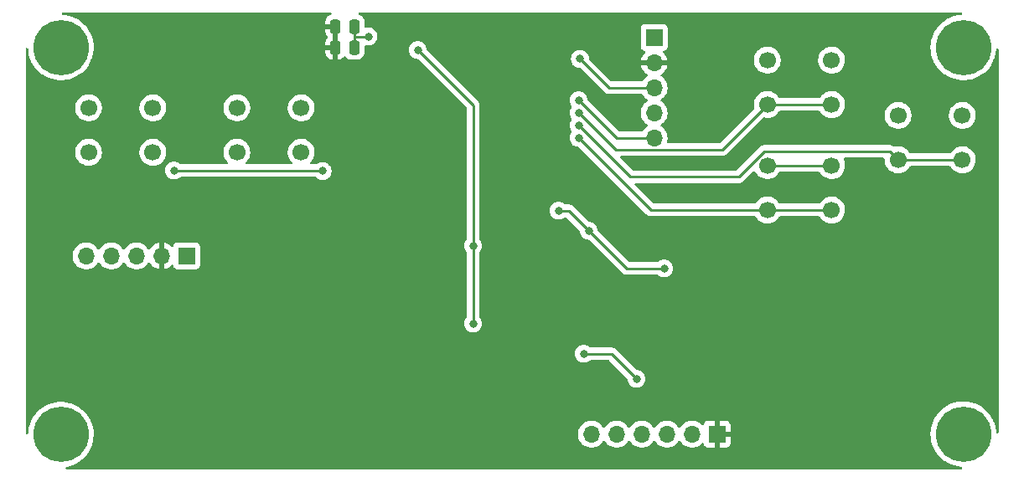
<source format=gbr>
%TF.GenerationSoftware,KiCad,Pcbnew,(6.0.2)*%
%TF.CreationDate,2022-03-10T00:50:20-05:00*%
%TF.ProjectId,controller,636f6e74-726f-46c6-9c65-722e6b696361,rev?*%
%TF.SameCoordinates,Original*%
%TF.FileFunction,Copper,L2,Bot*%
%TF.FilePolarity,Positive*%
%FSLAX46Y46*%
G04 Gerber Fmt 4.6, Leading zero omitted, Abs format (unit mm)*
G04 Created by KiCad (PCBNEW (6.0.2)) date 2022-03-10 00:50:20*
%MOMM*%
%LPD*%
G01*
G04 APERTURE LIST*
G04 Aperture macros list*
%AMRoundRect*
0 Rectangle with rounded corners*
0 $1 Rounding radius*
0 $2 $3 $4 $5 $6 $7 $8 $9 X,Y pos of 4 corners*
0 Add a 4 corners polygon primitive as box body*
4,1,4,$2,$3,$4,$5,$6,$7,$8,$9,$2,$3,0*
0 Add four circle primitives for the rounded corners*
1,1,$1+$1,$2,$3*
1,1,$1+$1,$4,$5*
1,1,$1+$1,$6,$7*
1,1,$1+$1,$8,$9*
0 Add four rect primitives between the rounded corners*
20,1,$1+$1,$2,$3,$4,$5,0*
20,1,$1+$1,$4,$5,$6,$7,0*
20,1,$1+$1,$6,$7,$8,$9,0*
20,1,$1+$1,$8,$9,$2,$3,0*%
G04 Aperture macros list end*
%TA.AperFunction,ComponentPad*%
%ADD10R,1.700000X1.700000*%
%TD*%
%TA.AperFunction,ComponentPad*%
%ADD11O,1.700000X1.700000*%
%TD*%
%TA.AperFunction,ComponentPad*%
%ADD12C,1.700000*%
%TD*%
%TA.AperFunction,ComponentPad*%
%ADD13C,5.600000*%
%TD*%
%TA.AperFunction,SMDPad,CuDef*%
%ADD14RoundRect,0.250000X0.250000X0.475000X-0.250000X0.475000X-0.250000X-0.475000X0.250000X-0.475000X0*%
%TD*%
%TA.AperFunction,ViaPad*%
%ADD15C,0.800000*%
%TD*%
%TA.AperFunction,Conductor*%
%ADD16C,0.250000*%
%TD*%
%TA.AperFunction,Conductor*%
%ADD17C,0.254000*%
%TD*%
G04 APERTURE END LIST*
D10*
%TO.P,J2,1,Pin_1*%
%TO.N,Vcc*%
X148590000Y-57658000D03*
D11*
%TO.P,J2,2,Pin_2*%
%TO.N,GND*%
X148590000Y-60198000D03*
%TO.P,J2,3,Pin_3*%
%TO.N,GPIO22*%
X148590000Y-62738000D03*
%TO.P,J2,4,Pin_4*%
%TO.N,GPIO23*%
X148590000Y-65278000D03*
%TO.P,J2,5,Pin_5*%
%TO.N,GPIO13*%
X148590000Y-67818000D03*
%TD*%
D12*
%TO.P,SW4,1,1*%
%TO.N,Vcc*%
X91440000Y-64770000D03*
%TO.P,SW4,2,2*%
X97940000Y-64770000D03*
%TO.P,SW4,3,3*%
%TO.N,S2*%
X91440000Y-69270000D03*
%TO.P,SW4,4,4*%
X97940000Y-69270000D03*
%TD*%
%TO.P,SW5,1,1*%
%TO.N,Vcc*%
X160020000Y-59944000D03*
%TO.P,SW5,2,2*%
X166520000Y-59944000D03*
%TO.P,SW5,3,3*%
%TO.N,S3*%
X160020000Y-64444000D03*
%TO.P,SW5,4,4*%
X166520000Y-64444000D03*
%TD*%
%TO.P,SW6,1,1*%
%TO.N,Vcc*%
X173228000Y-65532000D03*
%TO.P,SW6,2,2*%
X179728000Y-65532000D03*
%TO.P,SW6,3,3*%
%TO.N,S4*%
X173228000Y-70032000D03*
%TO.P,SW6,4,4*%
X179728000Y-70032000D03*
%TD*%
%TO.P,SW7,1,1*%
%TO.N,Vcc*%
X160020000Y-70612000D03*
%TO.P,SW7,2,2*%
X166520000Y-70612000D03*
%TO.P,SW7,3,3*%
%TO.N,S5*%
X160020000Y-75112000D03*
%TO.P,SW7,4,4*%
X166520000Y-75112000D03*
%TD*%
D10*
%TO.P,J1,1,Pin_1*%
%TO.N,BAT*%
X101346000Y-79756000D03*
D11*
%TO.P,J1,2,Pin_2*%
%TO.N,GND*%
X98806000Y-79756000D03*
%TO.P,J1,3,Pin_3*%
%TO.N,Dp*%
X96266000Y-79756000D03*
%TO.P,J1,4,Pin_4*%
%TO.N,Dn*%
X93726000Y-79756000D03*
%TO.P,J1,5,Pin_5*%
%TO.N,5v*%
X91186000Y-79756000D03*
%TD*%
D10*
%TO.P,J3,1,Pin_1*%
%TO.N,GND*%
X154940000Y-97790000D03*
D11*
%TO.P,J3,2,Pin_2*%
%TO.N,CTS*%
X152400000Y-97790000D03*
%TO.P,J3,3,Pin_3*%
%TO.N,unconnected-(J3-Pad3)*%
X149860000Y-97790000D03*
%TO.P,J3,4,Pin_4*%
%TO.N,TX*%
X147320000Y-97790000D03*
%TO.P,J3,5,Pin_5*%
%TO.N,RX*%
X144780000Y-97790000D03*
%TO.P,J3,6,Pin_6*%
%TO.N,DTR*%
X142240000Y-97790000D03*
%TD*%
D12*
%TO.P,SW3,1,1*%
%TO.N,Vcc*%
X106426000Y-64770000D03*
%TO.P,SW3,2,2*%
X112926000Y-64770000D03*
%TO.P,SW3,3,3*%
%TO.N,S1*%
X106426000Y-69270000D03*
%TO.P,SW3,4,4*%
X112926000Y-69270000D03*
%TD*%
D13*
%TO.P,REF\u002A\u002A,1*%
%TO.N,N/C*%
X179832000Y-97790000D03*
%TD*%
%TO.P,REF\u002A\u002A,1*%
%TO.N,N/C*%
X179832000Y-58674000D03*
%TD*%
%TO.P,REF\u002A\u002A,1*%
%TO.N,N/C*%
X88646000Y-97840000D03*
%TD*%
%TO.P,REF\u002A\u002A,1*%
%TO.N,N/C*%
X88646000Y-58674000D03*
%TD*%
D14*
%TO.P,C4,1*%
%TO.N,Vcc*%
X118298000Y-56554999D03*
%TO.P,C4,2*%
%TO.N,GND*%
X116398000Y-56554999D03*
%TD*%
%TO.P,C5,1*%
%TO.N,Vcc*%
X118298000Y-58674000D03*
%TO.P,C5,2*%
%TO.N,GND*%
X116398000Y-58674000D03*
%TD*%
D15*
%TO.N,GND*%
X90424000Y-89408000D03*
X94234000Y-57912000D03*
X148590000Y-77216000D03*
X104902000Y-89662000D03*
X172974000Y-98806000D03*
X181830000Y-90090000D03*
%TO.N,EN*%
X130302000Y-86614000D03*
X124714000Y-58928000D03*
X130302000Y-78740000D03*
%TO.N,Vcc*%
X141986000Y-77216000D03*
X149606000Y-81026000D03*
X119721999Y-57570001D03*
X138938000Y-75184000D03*
%TO.N,S2*%
X100076000Y-71120000D03*
X115090000Y-71180000D03*
%TO.N,GPIO13*%
X140970000Y-64008000D03*
%TO.N,S4*%
X140970000Y-66548000D03*
%TO.N,S3*%
X140970000Y-65278000D03*
%TO.N,S5*%
X140970000Y-67818000D03*
%TO.N,GPIO22*%
X141099347Y-59814653D03*
%TO.N,CTS*%
X141478000Y-89662000D03*
X146812000Y-92202000D03*
%TD*%
D16*
%TO.N,EN*%
X130302000Y-64516000D02*
X124714000Y-58928000D01*
X130302000Y-86614000D02*
X130302000Y-64516000D01*
D17*
%TO.N,Vcc*%
X160020000Y-70612000D02*
X166520000Y-70612000D01*
D16*
X138938000Y-75184000D02*
X139954000Y-75184000D01*
X141986000Y-77216000D02*
X145796000Y-81026000D01*
X119700000Y-57592000D02*
X119721999Y-57570001D01*
X139954000Y-75184000D02*
X141986000Y-77216000D01*
X118298000Y-57592000D02*
X118298000Y-56554999D01*
X118298000Y-58674000D02*
X118298000Y-57592000D01*
X118298000Y-57592000D02*
X119700000Y-57592000D01*
X145796000Y-81026000D02*
X149606000Y-81026000D01*
%TO.N,S2*%
X115030000Y-71120000D02*
X115090000Y-71180000D01*
X110998000Y-71120000D02*
X115030000Y-71120000D01*
X100076000Y-71120000D02*
X110998000Y-71120000D01*
%TO.N,GPIO13*%
X141478000Y-64516000D02*
X140970000Y-64008000D01*
X144780000Y-67818000D02*
X141478000Y-64516000D01*
X148590000Y-67818000D02*
X144780000Y-67818000D01*
%TO.N,S4*%
X173228000Y-70032000D02*
X172378001Y-69182001D01*
D17*
X173228000Y-70032000D02*
X179728000Y-70032000D01*
D16*
X157137774Y-71755224D02*
X146177224Y-71755224D01*
X146177224Y-71755224D02*
X140970000Y-66548000D01*
X172378001Y-69182001D02*
X159710997Y-69182001D01*
X159710997Y-69182001D02*
X157137774Y-71755224D01*
%TO.N,S3*%
X144700799Y-69008799D02*
X140970000Y-65278000D01*
X160020000Y-64444000D02*
X155455201Y-69008799D01*
D17*
X160020000Y-64444000D02*
X166520000Y-64444000D01*
D16*
X155455201Y-69008799D02*
X144700799Y-69008799D01*
%TO.N,S5*%
X148264000Y-75112000D02*
X140970000Y-67818000D01*
X160020000Y-75112000D02*
X148264000Y-75112000D01*
D17*
X160020000Y-75112000D02*
X166520000Y-75112000D01*
D16*
%TO.N,GPIO22*%
X144022694Y-62738000D02*
X141099347Y-59814653D01*
X148590000Y-62738000D02*
X144022694Y-62738000D01*
%TO.N,CTS*%
X144272000Y-89662000D02*
X141478000Y-89662000D01*
X146812000Y-92202000D02*
X144272000Y-89662000D01*
D17*
%TO.N,unconnected-(J3-Pad3)*%
X149606000Y-97536000D02*
X149860000Y-97790000D01*
%TD*%
%TA.AperFunction,Conductor*%
%TO.N,GND*%
G36*
X115928590Y-55138002D02*
G01*
X115975083Y-55191658D01*
X115985187Y-55261932D01*
X115955693Y-55326512D01*
X115900345Y-55363524D01*
X115831216Y-55386587D01*
X115818038Y-55392760D01*
X115680193Y-55478062D01*
X115668792Y-55487098D01*
X115554261Y-55601828D01*
X115545249Y-55613239D01*
X115460184Y-55751242D01*
X115454037Y-55764423D01*
X115402862Y-55918709D01*
X115399995Y-55932085D01*
X115390328Y-56026437D01*
X115390000Y-56032854D01*
X115390000Y-56282884D01*
X115394475Y-56298123D01*
X115395865Y-56299328D01*
X115403548Y-56300999D01*
X116526000Y-56300999D01*
X116594121Y-56321001D01*
X116640614Y-56374657D01*
X116652000Y-56426999D01*
X116652000Y-59888884D01*
X116656475Y-59904123D01*
X116657865Y-59905328D01*
X116665548Y-59906999D01*
X116695095Y-59906999D01*
X116701614Y-59906662D01*
X116797206Y-59896743D01*
X116810600Y-59893851D01*
X116964784Y-59842412D01*
X116977962Y-59836239D01*
X117115807Y-59750937D01*
X117127208Y-59741901D01*
X117241738Y-59627172D01*
X117248794Y-59618238D01*
X117306712Y-59577177D01*
X117377635Y-59573947D01*
X117439046Y-59609574D01*
X117445846Y-59617407D01*
X117449522Y-59623348D01*
X117574697Y-59748305D01*
X117580927Y-59752145D01*
X117580928Y-59752146D01*
X117718288Y-59836816D01*
X117725262Y-59841115D01*
X117771653Y-59856502D01*
X117886611Y-59894632D01*
X117886613Y-59894632D01*
X117893139Y-59896797D01*
X117899975Y-59897497D01*
X117899978Y-59897498D01*
X117943031Y-59901909D01*
X117997600Y-59907500D01*
X118598400Y-59907500D01*
X118601646Y-59907163D01*
X118601650Y-59907163D01*
X118697308Y-59897238D01*
X118697312Y-59897237D01*
X118704166Y-59896526D01*
X118710702Y-59894345D01*
X118710704Y-59894345D01*
X118842806Y-59850272D01*
X118871946Y-59840550D01*
X119022348Y-59747478D01*
X119147305Y-59622303D01*
X119177112Y-59573947D01*
X119236275Y-59477968D01*
X119236276Y-59477966D01*
X119240115Y-59471738D01*
X119266564Y-59391995D01*
X119293632Y-59310389D01*
X119293632Y-59310387D01*
X119295797Y-59303861D01*
X119296655Y-59295492D01*
X119300909Y-59253969D01*
X119306500Y-59199400D01*
X119306500Y-58928000D01*
X123800496Y-58928000D01*
X123801186Y-58934565D01*
X123819463Y-59108457D01*
X123820458Y-59117928D01*
X123879473Y-59299556D01*
X123882776Y-59305278D01*
X123882777Y-59305279D01*
X123915962Y-59362757D01*
X123974960Y-59464944D01*
X123979378Y-59469851D01*
X123979379Y-59469852D01*
X124076015Y-59577177D01*
X124102747Y-59606866D01*
X124257248Y-59719118D01*
X124263276Y-59721802D01*
X124263278Y-59721803D01*
X124425681Y-59794109D01*
X124431712Y-59796794D01*
X124515732Y-59814653D01*
X124612056Y-59835128D01*
X124612061Y-59835128D01*
X124618513Y-59836500D01*
X124674406Y-59836500D01*
X124742527Y-59856502D01*
X124763501Y-59873405D01*
X129631595Y-64741499D01*
X129665621Y-64803811D01*
X129668500Y-64830594D01*
X129668500Y-78037476D01*
X129648498Y-78105597D01*
X129636142Y-78121779D01*
X129562960Y-78203056D01*
X129467473Y-78368444D01*
X129408458Y-78550072D01*
X129407768Y-78556633D01*
X129407768Y-78556635D01*
X129397734Y-78652109D01*
X129388496Y-78740000D01*
X129389186Y-78746565D01*
X129407463Y-78920457D01*
X129408458Y-78929928D01*
X129467473Y-79111556D01*
X129562960Y-79276944D01*
X129636137Y-79358215D01*
X129666853Y-79422221D01*
X129668500Y-79442524D01*
X129668500Y-85911476D01*
X129648498Y-85979597D01*
X129636142Y-85995779D01*
X129562960Y-86077056D01*
X129467473Y-86242444D01*
X129408458Y-86424072D01*
X129388496Y-86614000D01*
X129408458Y-86803928D01*
X129467473Y-86985556D01*
X129562960Y-87150944D01*
X129690747Y-87292866D01*
X129845248Y-87405118D01*
X129851276Y-87407802D01*
X129851278Y-87407803D01*
X130013681Y-87480109D01*
X130019712Y-87482794D01*
X130113112Y-87502647D01*
X130200056Y-87521128D01*
X130200061Y-87521128D01*
X130206513Y-87522500D01*
X130397487Y-87522500D01*
X130403939Y-87521128D01*
X130403944Y-87521128D01*
X130490888Y-87502647D01*
X130584288Y-87482794D01*
X130590319Y-87480109D01*
X130752722Y-87407803D01*
X130752724Y-87407802D01*
X130758752Y-87405118D01*
X130913253Y-87292866D01*
X131041040Y-87150944D01*
X131136527Y-86985556D01*
X131195542Y-86803928D01*
X131215504Y-86614000D01*
X131195542Y-86424072D01*
X131136527Y-86242444D01*
X131041040Y-86077056D01*
X130967863Y-85995785D01*
X130937147Y-85931779D01*
X130935500Y-85911476D01*
X130935500Y-79442524D01*
X130955502Y-79374403D01*
X130967858Y-79358221D01*
X131041040Y-79276944D01*
X131136527Y-79111556D01*
X131195542Y-78929928D01*
X131196538Y-78920457D01*
X131214814Y-78746565D01*
X131215504Y-78740000D01*
X131206266Y-78652109D01*
X131196232Y-78556635D01*
X131196232Y-78556633D01*
X131195542Y-78550072D01*
X131136527Y-78368444D01*
X131041040Y-78203056D01*
X130967863Y-78121785D01*
X130937147Y-78057779D01*
X130935500Y-78037476D01*
X130935500Y-75184000D01*
X138024496Y-75184000D01*
X138044458Y-75373928D01*
X138103473Y-75555556D01*
X138106776Y-75561278D01*
X138106777Y-75561279D01*
X138123682Y-75590559D01*
X138198960Y-75720944D01*
X138203378Y-75725851D01*
X138203379Y-75725852D01*
X138222467Y-75747051D01*
X138326747Y-75862866D01*
X138481248Y-75975118D01*
X138487276Y-75977802D01*
X138487278Y-75977803D01*
X138649681Y-76050109D01*
X138655712Y-76052794D01*
X138749113Y-76072647D01*
X138836056Y-76091128D01*
X138836061Y-76091128D01*
X138842513Y-76092500D01*
X139033487Y-76092500D01*
X139039939Y-76091128D01*
X139039944Y-76091128D01*
X139126887Y-76072647D01*
X139220288Y-76052794D01*
X139226319Y-76050109D01*
X139388722Y-75977803D01*
X139388724Y-75977802D01*
X139394752Y-75975118D01*
X139549253Y-75862866D01*
X139553668Y-75857963D01*
X139558580Y-75853540D01*
X139560614Y-75855799D01*
X139609895Y-75825496D01*
X139680878Y-75826909D01*
X139732076Y-75857980D01*
X141038878Y-77164783D01*
X141072904Y-77227095D01*
X141075093Y-77240706D01*
X141092458Y-77405928D01*
X141151473Y-77587556D01*
X141246960Y-77752944D01*
X141374747Y-77894866D01*
X141529248Y-78007118D01*
X141535276Y-78009802D01*
X141535278Y-78009803D01*
X141643035Y-78057779D01*
X141703712Y-78084794D01*
X141797113Y-78104647D01*
X141884056Y-78123128D01*
X141884061Y-78123128D01*
X141890513Y-78124500D01*
X141946406Y-78124500D01*
X142014527Y-78144502D01*
X142035501Y-78161405D01*
X145292343Y-81418247D01*
X145299887Y-81426537D01*
X145304000Y-81433018D01*
X145309777Y-81438443D01*
X145353667Y-81479658D01*
X145356509Y-81482413D01*
X145376231Y-81502135D01*
X145379355Y-81504558D01*
X145379359Y-81504562D01*
X145379424Y-81504612D01*
X145388445Y-81512317D01*
X145420679Y-81542586D01*
X145427627Y-81546405D01*
X145427629Y-81546407D01*
X145438432Y-81552346D01*
X145454959Y-81563202D01*
X145464698Y-81570757D01*
X145464700Y-81570758D01*
X145470960Y-81575614D01*
X145511540Y-81593174D01*
X145522188Y-81598391D01*
X145560940Y-81619695D01*
X145568616Y-81621666D01*
X145568619Y-81621667D01*
X145580562Y-81624733D01*
X145599267Y-81631137D01*
X145617855Y-81639181D01*
X145625678Y-81640420D01*
X145625688Y-81640423D01*
X145661524Y-81646099D01*
X145673144Y-81648505D01*
X145708289Y-81657528D01*
X145715970Y-81659500D01*
X145736224Y-81659500D01*
X145755934Y-81661051D01*
X145775943Y-81664220D01*
X145783835Y-81663474D01*
X145819961Y-81660059D01*
X145831819Y-81659500D01*
X148897800Y-81659500D01*
X148965921Y-81679502D01*
X148985147Y-81695843D01*
X148985420Y-81695540D01*
X148990332Y-81699963D01*
X148994747Y-81704866D01*
X149149248Y-81817118D01*
X149155276Y-81819802D01*
X149155278Y-81819803D01*
X149317681Y-81892109D01*
X149323712Y-81894794D01*
X149417112Y-81914647D01*
X149504056Y-81933128D01*
X149504061Y-81933128D01*
X149510513Y-81934500D01*
X149701487Y-81934500D01*
X149707939Y-81933128D01*
X149707944Y-81933128D01*
X149794888Y-81914647D01*
X149888288Y-81894794D01*
X149894319Y-81892109D01*
X150056722Y-81819803D01*
X150056724Y-81819802D01*
X150062752Y-81817118D01*
X150217253Y-81704866D01*
X150253851Y-81664220D01*
X150340621Y-81567852D01*
X150340622Y-81567851D01*
X150345040Y-81562944D01*
X150420053Y-81433018D01*
X150437223Y-81403279D01*
X150437224Y-81403278D01*
X150440527Y-81397556D01*
X150499542Y-81215928D01*
X150509861Y-81117753D01*
X150518814Y-81032565D01*
X150519504Y-81026000D01*
X150502994Y-80868916D01*
X150500232Y-80842635D01*
X150500232Y-80842633D01*
X150499542Y-80836072D01*
X150440527Y-80654444D01*
X150345040Y-80489056D01*
X150317915Y-80458930D01*
X150221675Y-80352045D01*
X150221674Y-80352044D01*
X150217253Y-80347134D01*
X150094311Y-80257811D01*
X150068094Y-80238763D01*
X150068093Y-80238762D01*
X150062752Y-80234882D01*
X150056724Y-80232198D01*
X150056722Y-80232197D01*
X149894319Y-80159891D01*
X149894318Y-80159891D01*
X149888288Y-80157206D01*
X149794887Y-80137353D01*
X149707944Y-80118872D01*
X149707939Y-80118872D01*
X149701487Y-80117500D01*
X149510513Y-80117500D01*
X149504061Y-80118872D01*
X149504056Y-80118872D01*
X149417113Y-80137353D01*
X149323712Y-80157206D01*
X149317682Y-80159891D01*
X149317681Y-80159891D01*
X149155278Y-80232197D01*
X149155276Y-80232198D01*
X149149248Y-80234882D01*
X149143907Y-80238762D01*
X149143906Y-80238763D01*
X149117689Y-80257811D01*
X148994747Y-80347134D01*
X148990332Y-80352037D01*
X148985420Y-80356460D01*
X148984295Y-80355211D01*
X148930986Y-80388051D01*
X148897800Y-80392500D01*
X146110594Y-80392500D01*
X146042473Y-80372498D01*
X146021499Y-80355595D01*
X142933122Y-77267217D01*
X142899096Y-77204905D01*
X142896907Y-77191292D01*
X142880232Y-77032635D01*
X142880232Y-77032633D01*
X142879542Y-77026072D01*
X142820527Y-76844444D01*
X142725040Y-76679056D01*
X142597253Y-76537134D01*
X142471853Y-76446025D01*
X142448094Y-76428763D01*
X142448093Y-76428762D01*
X142442752Y-76424882D01*
X142436724Y-76422198D01*
X142436722Y-76422197D01*
X142274319Y-76349891D01*
X142274318Y-76349891D01*
X142268288Y-76347206D01*
X142174888Y-76327353D01*
X142087944Y-76308872D01*
X142087939Y-76308872D01*
X142081487Y-76307500D01*
X142025594Y-76307500D01*
X141957473Y-76287498D01*
X141936499Y-76270595D01*
X140457652Y-74791747D01*
X140450112Y-74783461D01*
X140446000Y-74776982D01*
X140396348Y-74730356D01*
X140393507Y-74727602D01*
X140373770Y-74707865D01*
X140370573Y-74705385D01*
X140361551Y-74697680D01*
X140335100Y-74672841D01*
X140329321Y-74667414D01*
X140322375Y-74663595D01*
X140322372Y-74663593D01*
X140311566Y-74657652D01*
X140295047Y-74646801D01*
X140289048Y-74642148D01*
X140279041Y-74634386D01*
X140271772Y-74631241D01*
X140271768Y-74631238D01*
X140238463Y-74616826D01*
X140227813Y-74611609D01*
X140189060Y-74590305D01*
X140169437Y-74585267D01*
X140150734Y-74578863D01*
X140139420Y-74573967D01*
X140139419Y-74573967D01*
X140132145Y-74570819D01*
X140124322Y-74569580D01*
X140124312Y-74569577D01*
X140088476Y-74563901D01*
X140076856Y-74561495D01*
X140041711Y-74552472D01*
X140041710Y-74552472D01*
X140034030Y-74550500D01*
X140013776Y-74550500D01*
X139994065Y-74548949D01*
X139981886Y-74547020D01*
X139974057Y-74545780D01*
X139966165Y-74546526D01*
X139930039Y-74549941D01*
X139918181Y-74550500D01*
X139646200Y-74550500D01*
X139578079Y-74530498D01*
X139558853Y-74514157D01*
X139558580Y-74514460D01*
X139553668Y-74510037D01*
X139549253Y-74505134D01*
X139504460Y-74472590D01*
X139400094Y-74396763D01*
X139400093Y-74396762D01*
X139394752Y-74392882D01*
X139388724Y-74390198D01*
X139388722Y-74390197D01*
X139226319Y-74317891D01*
X139226318Y-74317891D01*
X139220288Y-74315206D01*
X139126887Y-74295353D01*
X139039944Y-74276872D01*
X139039939Y-74276872D01*
X139033487Y-74275500D01*
X138842513Y-74275500D01*
X138836061Y-74276872D01*
X138836056Y-74276872D01*
X138749113Y-74295353D01*
X138655712Y-74315206D01*
X138649682Y-74317891D01*
X138649681Y-74317891D01*
X138487278Y-74390197D01*
X138487276Y-74390198D01*
X138481248Y-74392882D01*
X138326747Y-74505134D01*
X138322326Y-74510044D01*
X138322325Y-74510045D01*
X138213203Y-74631238D01*
X138198960Y-74647056D01*
X138103473Y-74812444D01*
X138044458Y-74994072D01*
X138024496Y-75184000D01*
X130935500Y-75184000D01*
X130935500Y-67818000D01*
X140056496Y-67818000D01*
X140057186Y-67824565D01*
X140070492Y-67951161D01*
X140076458Y-68007928D01*
X140135473Y-68189556D01*
X140230960Y-68354944D01*
X140235378Y-68359851D01*
X140235379Y-68359852D01*
X140286305Y-68416411D01*
X140358747Y-68496866D01*
X140445294Y-68559746D01*
X140502591Y-68601375D01*
X140513248Y-68609118D01*
X140519276Y-68611802D01*
X140519278Y-68611803D01*
X140681681Y-68684109D01*
X140687712Y-68686794D01*
X140771581Y-68704621D01*
X140868056Y-68725128D01*
X140868061Y-68725128D01*
X140874513Y-68726500D01*
X140930406Y-68726500D01*
X140998527Y-68746502D01*
X141019501Y-68763405D01*
X147760348Y-75504253D01*
X147767888Y-75512539D01*
X147772000Y-75519018D01*
X147777777Y-75524443D01*
X147821651Y-75565643D01*
X147824493Y-75568398D01*
X147844230Y-75588135D01*
X147847427Y-75590615D01*
X147856447Y-75598318D01*
X147888679Y-75628586D01*
X147895625Y-75632405D01*
X147895628Y-75632407D01*
X147906434Y-75638348D01*
X147922953Y-75649199D01*
X147938959Y-75661614D01*
X147946228Y-75664759D01*
X147946232Y-75664762D01*
X147979537Y-75679174D01*
X147990187Y-75684391D01*
X148028940Y-75705695D01*
X148036615Y-75707666D01*
X148036616Y-75707666D01*
X148048562Y-75710733D01*
X148067266Y-75717137D01*
X148076064Y-75720944D01*
X148085855Y-75725181D01*
X148093678Y-75726420D01*
X148093688Y-75726423D01*
X148129524Y-75732099D01*
X148141144Y-75734505D01*
X148176289Y-75743528D01*
X148183970Y-75745500D01*
X148204224Y-75745500D01*
X148223934Y-75747051D01*
X148243943Y-75750220D01*
X148251835Y-75749474D01*
X148287961Y-75746059D01*
X148299819Y-75745500D01*
X158744274Y-75745500D01*
X158812395Y-75765502D01*
X158851707Y-75805665D01*
X158919987Y-75917088D01*
X159066250Y-76085938D01*
X159238126Y-76228632D01*
X159431000Y-76341338D01*
X159435825Y-76343180D01*
X159435826Y-76343181D01*
X159453398Y-76349891D01*
X159639692Y-76421030D01*
X159644760Y-76422061D01*
X159644763Y-76422062D01*
X159752017Y-76443883D01*
X159858597Y-76465567D01*
X159863772Y-76465757D01*
X159863774Y-76465757D01*
X160076673Y-76473564D01*
X160076677Y-76473564D01*
X160081837Y-76473753D01*
X160086957Y-76473097D01*
X160086959Y-76473097D01*
X160298288Y-76446025D01*
X160298289Y-76446025D01*
X160303416Y-76445368D01*
X160371699Y-76424882D01*
X160512429Y-76382661D01*
X160512434Y-76382659D01*
X160517384Y-76381174D01*
X160717994Y-76282896D01*
X160899860Y-76153173D01*
X161058096Y-75995489D01*
X161150608Y-75866745D01*
X161185438Y-75818273D01*
X161185439Y-75818272D01*
X161188453Y-75814077D01*
X161190746Y-75809438D01*
X161191247Y-75808605D01*
X161243477Y-75760516D01*
X161299250Y-75747500D01*
X165245500Y-75747500D01*
X165313621Y-75767502D01*
X165352933Y-75807666D01*
X165417287Y-75912683D01*
X165417291Y-75912688D01*
X165419987Y-75917088D01*
X165566250Y-76085938D01*
X165738126Y-76228632D01*
X165931000Y-76341338D01*
X165935825Y-76343180D01*
X165935826Y-76343181D01*
X165953398Y-76349891D01*
X166139692Y-76421030D01*
X166144760Y-76422061D01*
X166144763Y-76422062D01*
X166252017Y-76443883D01*
X166358597Y-76465567D01*
X166363772Y-76465757D01*
X166363774Y-76465757D01*
X166576673Y-76473564D01*
X166576677Y-76473564D01*
X166581837Y-76473753D01*
X166586957Y-76473097D01*
X166586959Y-76473097D01*
X166798288Y-76446025D01*
X166798289Y-76446025D01*
X166803416Y-76445368D01*
X166871699Y-76424882D01*
X167012429Y-76382661D01*
X167012434Y-76382659D01*
X167017384Y-76381174D01*
X167217994Y-76282896D01*
X167399860Y-76153173D01*
X167558096Y-75995489D01*
X167688453Y-75814077D01*
X167691158Y-75808605D01*
X167785136Y-75618453D01*
X167785137Y-75618451D01*
X167787430Y-75613811D01*
X167852370Y-75400069D01*
X167881529Y-75178590D01*
X167883156Y-75112000D01*
X167864852Y-74889361D01*
X167810431Y-74672702D01*
X167721354Y-74467840D01*
X167675372Y-74396763D01*
X167602822Y-74284617D01*
X167602820Y-74284614D01*
X167600014Y-74280277D01*
X167449670Y-74115051D01*
X167445619Y-74111852D01*
X167445615Y-74111848D01*
X167278414Y-73979800D01*
X167278410Y-73979798D01*
X167274359Y-73976598D01*
X167078789Y-73868638D01*
X167073920Y-73866914D01*
X167073916Y-73866912D01*
X166873087Y-73795795D01*
X166873083Y-73795794D01*
X166868212Y-73794069D01*
X166863119Y-73793162D01*
X166863116Y-73793161D01*
X166653373Y-73755800D01*
X166653367Y-73755799D01*
X166648284Y-73754894D01*
X166574452Y-73753992D01*
X166430081Y-73752228D01*
X166430079Y-73752228D01*
X166424911Y-73752165D01*
X166204091Y-73785955D01*
X165991756Y-73855357D01*
X165793607Y-73958507D01*
X165789474Y-73961610D01*
X165789471Y-73961612D01*
X165765247Y-73979800D01*
X165614965Y-74092635D01*
X165460629Y-74254138D01*
X165365985Y-74392882D01*
X165346460Y-74421504D01*
X165291549Y-74466507D01*
X165242372Y-74476500D01*
X161295511Y-74476500D01*
X161227390Y-74456498D01*
X161189719Y-74418940D01*
X161102822Y-74284617D01*
X161102820Y-74284614D01*
X161100014Y-74280277D01*
X160949670Y-74115051D01*
X160945619Y-74111852D01*
X160945615Y-74111848D01*
X160778414Y-73979800D01*
X160778410Y-73979798D01*
X160774359Y-73976598D01*
X160578789Y-73868638D01*
X160573920Y-73866914D01*
X160573916Y-73866912D01*
X160373087Y-73795795D01*
X160373083Y-73795794D01*
X160368212Y-73794069D01*
X160363119Y-73793162D01*
X160363116Y-73793161D01*
X160153373Y-73755800D01*
X160153367Y-73755799D01*
X160148284Y-73754894D01*
X160074452Y-73753992D01*
X159930081Y-73752228D01*
X159930079Y-73752228D01*
X159924911Y-73752165D01*
X159704091Y-73785955D01*
X159491756Y-73855357D01*
X159293607Y-73958507D01*
X159289474Y-73961610D01*
X159289471Y-73961612D01*
X159265247Y-73979800D01*
X159114965Y-74092635D01*
X158960629Y-74254138D01*
X158957715Y-74258410D01*
X158957714Y-74258411D01*
X158845095Y-74423504D01*
X158790184Y-74468507D01*
X158741007Y-74478500D01*
X148578594Y-74478500D01*
X148510473Y-74458498D01*
X148489499Y-74441595D01*
X146651723Y-72603819D01*
X146617697Y-72541507D01*
X146622762Y-72470692D01*
X146665309Y-72413856D01*
X146731829Y-72389045D01*
X146740818Y-72388724D01*
X157059007Y-72388724D01*
X157070190Y-72389251D01*
X157077683Y-72390926D01*
X157085609Y-72390677D01*
X157085610Y-72390677D01*
X157145760Y-72388786D01*
X157149719Y-72388724D01*
X157177630Y-72388724D01*
X157181565Y-72388227D01*
X157181630Y-72388219D01*
X157193467Y-72387286D01*
X157225725Y-72386272D01*
X157229744Y-72386146D01*
X157237663Y-72385897D01*
X157257117Y-72380245D01*
X157276474Y-72376237D01*
X157288704Y-72374692D01*
X157288705Y-72374692D01*
X157296571Y-72373698D01*
X157303942Y-72370779D01*
X157303944Y-72370779D01*
X157337686Y-72357420D01*
X157348916Y-72353575D01*
X157383757Y-72343453D01*
X157383758Y-72343453D01*
X157391367Y-72341242D01*
X157398186Y-72337209D01*
X157398191Y-72337207D01*
X157408802Y-72330931D01*
X157426550Y-72322236D01*
X157445391Y-72314776D01*
X157481161Y-72288788D01*
X157491081Y-72282272D01*
X157522309Y-72263804D01*
X157522312Y-72263802D01*
X157529136Y-72259766D01*
X157543457Y-72245445D01*
X157558491Y-72232604D01*
X157568468Y-72225355D01*
X157574881Y-72220696D01*
X157603072Y-72186619D01*
X157611062Y-72177840D01*
X158599626Y-71189276D01*
X158661938Y-71155250D01*
X158732753Y-71160315D01*
X158789589Y-71202862D01*
X158801188Y-71221562D01*
X158801320Y-71221822D01*
X158803266Y-71226616D01*
X158805966Y-71231022D01*
X158805968Y-71231026D01*
X158917291Y-71412689D01*
X158919987Y-71417088D01*
X159066250Y-71585938D01*
X159238126Y-71728632D01*
X159431000Y-71841338D01*
X159435825Y-71843180D01*
X159435826Y-71843181D01*
X159476901Y-71858866D01*
X159639692Y-71921030D01*
X159644760Y-71922061D01*
X159644763Y-71922062D01*
X159752017Y-71943883D01*
X159858597Y-71965567D01*
X159863772Y-71965757D01*
X159863774Y-71965757D01*
X160076673Y-71973564D01*
X160076677Y-71973564D01*
X160081837Y-71973753D01*
X160086957Y-71973097D01*
X160086959Y-71973097D01*
X160298288Y-71946025D01*
X160298289Y-71946025D01*
X160303416Y-71945368D01*
X160308366Y-71943883D01*
X160512429Y-71882661D01*
X160512434Y-71882659D01*
X160517384Y-71881174D01*
X160717994Y-71782896D01*
X160899860Y-71653173D01*
X161058096Y-71495489D01*
X161065439Y-71485271D01*
X161185438Y-71318273D01*
X161185439Y-71318272D01*
X161188453Y-71314077D01*
X161190746Y-71309438D01*
X161191247Y-71308605D01*
X161243477Y-71260516D01*
X161299250Y-71247500D01*
X165245500Y-71247500D01*
X165313621Y-71267502D01*
X165352933Y-71307666D01*
X165417287Y-71412683D01*
X165417291Y-71412688D01*
X165419987Y-71417088D01*
X165566250Y-71585938D01*
X165738126Y-71728632D01*
X165931000Y-71841338D01*
X165935825Y-71843180D01*
X165935826Y-71843181D01*
X165976901Y-71858866D01*
X166139692Y-71921030D01*
X166144760Y-71922061D01*
X166144763Y-71922062D01*
X166252017Y-71943883D01*
X166358597Y-71965567D01*
X166363772Y-71965757D01*
X166363774Y-71965757D01*
X166576673Y-71973564D01*
X166576677Y-71973564D01*
X166581837Y-71973753D01*
X166586957Y-71973097D01*
X166586959Y-71973097D01*
X166798288Y-71946025D01*
X166798289Y-71946025D01*
X166803416Y-71945368D01*
X166808366Y-71943883D01*
X167012429Y-71882661D01*
X167012434Y-71882659D01*
X167017384Y-71881174D01*
X167217994Y-71782896D01*
X167399860Y-71653173D01*
X167558096Y-71495489D01*
X167617594Y-71412689D01*
X167685435Y-71318277D01*
X167688453Y-71314077D01*
X167691158Y-71308605D01*
X167785136Y-71118453D01*
X167785137Y-71118451D01*
X167787430Y-71113811D01*
X167852370Y-70900069D01*
X167881529Y-70678590D01*
X167882203Y-70651020D01*
X167883074Y-70615365D01*
X167883074Y-70615361D01*
X167883156Y-70612000D01*
X167864852Y-70389361D01*
X167810431Y-70172702D01*
X167731747Y-69991741D01*
X167722927Y-69921297D01*
X167753594Y-69857265D01*
X167814010Y-69819977D01*
X167847297Y-69815501D01*
X171744645Y-69815501D01*
X171812766Y-69835503D01*
X171859259Y-69889159D01*
X171869932Y-69954889D01*
X171868591Y-69967438D01*
X171865251Y-69998695D01*
X171865548Y-70003848D01*
X171865548Y-70003851D01*
X171875011Y-70167964D01*
X171878110Y-70221715D01*
X171879247Y-70226761D01*
X171879248Y-70226767D01*
X171898278Y-70311206D01*
X171927222Y-70439639D01*
X171983073Y-70577185D01*
X172007828Y-70638148D01*
X172011266Y-70646616D01*
X172013965Y-70651020D01*
X172125288Y-70832683D01*
X172127987Y-70837088D01*
X172274250Y-71005938D01*
X172446126Y-71148632D01*
X172639000Y-71261338D01*
X172847692Y-71341030D01*
X172852760Y-71342061D01*
X172852763Y-71342062D01*
X172957471Y-71363365D01*
X173066597Y-71385567D01*
X173071772Y-71385757D01*
X173071774Y-71385757D01*
X173284673Y-71393564D01*
X173284677Y-71393564D01*
X173289837Y-71393753D01*
X173294957Y-71393097D01*
X173294959Y-71393097D01*
X173506288Y-71366025D01*
X173506289Y-71366025D01*
X173511416Y-71365368D01*
X173516366Y-71363883D01*
X173720429Y-71302661D01*
X173720434Y-71302659D01*
X173725384Y-71301174D01*
X173925994Y-71202896D01*
X174107860Y-71073173D01*
X174266096Y-70915489D01*
X174325594Y-70832689D01*
X174393438Y-70738273D01*
X174393439Y-70738272D01*
X174396453Y-70734077D01*
X174398746Y-70729438D01*
X174399247Y-70728605D01*
X174451477Y-70680516D01*
X174507250Y-70667500D01*
X178453500Y-70667500D01*
X178521621Y-70687502D01*
X178560933Y-70727666D01*
X178625287Y-70832683D01*
X178625291Y-70832688D01*
X178627987Y-70837088D01*
X178774250Y-71005938D01*
X178946126Y-71148632D01*
X179139000Y-71261338D01*
X179347692Y-71341030D01*
X179352760Y-71342061D01*
X179352763Y-71342062D01*
X179457471Y-71363365D01*
X179566597Y-71385567D01*
X179571772Y-71385757D01*
X179571774Y-71385757D01*
X179784673Y-71393564D01*
X179784677Y-71393564D01*
X179789837Y-71393753D01*
X179794957Y-71393097D01*
X179794959Y-71393097D01*
X180006288Y-71366025D01*
X180006289Y-71366025D01*
X180011416Y-71365368D01*
X180016366Y-71363883D01*
X180220429Y-71302661D01*
X180220434Y-71302659D01*
X180225384Y-71301174D01*
X180425994Y-71202896D01*
X180607860Y-71073173D01*
X180766096Y-70915489D01*
X180825594Y-70832689D01*
X180893435Y-70738277D01*
X180896453Y-70734077D01*
X180899158Y-70728605D01*
X180993136Y-70538453D01*
X180993137Y-70538451D01*
X180995430Y-70533811D01*
X181056513Y-70332763D01*
X181058865Y-70325023D01*
X181058865Y-70325021D01*
X181060370Y-70320069D01*
X181089529Y-70098590D01*
X181091156Y-70032000D01*
X181072852Y-69809361D01*
X181018431Y-69592702D01*
X180929354Y-69387840D01*
X180850950Y-69266646D01*
X180810822Y-69204617D01*
X180810820Y-69204614D01*
X180808014Y-69200277D01*
X180657670Y-69035051D01*
X180653619Y-69031852D01*
X180653615Y-69031848D01*
X180486414Y-68899800D01*
X180486410Y-68899798D01*
X180482359Y-68896598D01*
X180286789Y-68788638D01*
X180281920Y-68786914D01*
X180281916Y-68786912D01*
X180081087Y-68715795D01*
X180081083Y-68715794D01*
X180076212Y-68714069D01*
X180071119Y-68713162D01*
X180071116Y-68713161D01*
X179861373Y-68675800D01*
X179861367Y-68675799D01*
X179856284Y-68674894D01*
X179782452Y-68673992D01*
X179638081Y-68672228D01*
X179638079Y-68672228D01*
X179632911Y-68672165D01*
X179412091Y-68705955D01*
X179199756Y-68775357D01*
X179001607Y-68878507D01*
X178997474Y-68881610D01*
X178997471Y-68881612D01*
X178973247Y-68899800D01*
X178822965Y-69012635D01*
X178668629Y-69174138D01*
X178555549Y-69339908D01*
X178554460Y-69341504D01*
X178499549Y-69386507D01*
X178450372Y-69396500D01*
X174503511Y-69396500D01*
X174435390Y-69376498D01*
X174397719Y-69338940D01*
X174310822Y-69204617D01*
X174310820Y-69204614D01*
X174308014Y-69200277D01*
X174157670Y-69035051D01*
X174153619Y-69031852D01*
X174153615Y-69031848D01*
X173986414Y-68899800D01*
X173986410Y-68899798D01*
X173982359Y-68896598D01*
X173786789Y-68788638D01*
X173781920Y-68786914D01*
X173781916Y-68786912D01*
X173581087Y-68715795D01*
X173581083Y-68715794D01*
X173576212Y-68714069D01*
X173571119Y-68713162D01*
X173571116Y-68713161D01*
X173361373Y-68675800D01*
X173361367Y-68675799D01*
X173356284Y-68674894D01*
X173282452Y-68673992D01*
X173138081Y-68672228D01*
X173138079Y-68672228D01*
X173132911Y-68672165D01*
X173004726Y-68691780D01*
X172917200Y-68705173D01*
X172917197Y-68705174D01*
X172912091Y-68705955D01*
X172907181Y-68707560D01*
X172907172Y-68707562D01*
X172897308Y-68710786D01*
X172826344Y-68712937D01*
X172771912Y-68682872D01*
X172763349Y-68674831D01*
X172753322Y-68665415D01*
X172746376Y-68661596D01*
X172746373Y-68661594D01*
X172735567Y-68655653D01*
X172719048Y-68644802D01*
X172718584Y-68644442D01*
X172703042Y-68632387D01*
X172695773Y-68629242D01*
X172695769Y-68629239D01*
X172662464Y-68614827D01*
X172651814Y-68609610D01*
X172613061Y-68588306D01*
X172593438Y-68583268D01*
X172574735Y-68576864D01*
X172563421Y-68571968D01*
X172563420Y-68571968D01*
X172556146Y-68568820D01*
X172548323Y-68567581D01*
X172548313Y-68567578D01*
X172512477Y-68561902D01*
X172500857Y-68559496D01*
X172465712Y-68550473D01*
X172465711Y-68550473D01*
X172458031Y-68548501D01*
X172437777Y-68548501D01*
X172418066Y-68546950D01*
X172405887Y-68545021D01*
X172398058Y-68543781D01*
X172368787Y-68546548D01*
X172354040Y-68547942D01*
X172342182Y-68548501D01*
X159789764Y-68548501D01*
X159778581Y-68547974D01*
X159771088Y-68546299D01*
X159763162Y-68546548D01*
X159763161Y-68546548D01*
X159702998Y-68548439D01*
X159699040Y-68548501D01*
X159671141Y-68548501D01*
X159667151Y-68549005D01*
X159655317Y-68549937D01*
X159611108Y-68551327D01*
X159603494Y-68553539D01*
X159603489Y-68553540D01*
X159591656Y-68556978D01*
X159572293Y-68560989D01*
X159552200Y-68563527D01*
X159544833Y-68566444D01*
X159544828Y-68566445D01*
X159511089Y-68579803D01*
X159499862Y-68583647D01*
X159457404Y-68595983D01*
X159450578Y-68600020D01*
X159439969Y-68606294D01*
X159422221Y-68614989D01*
X159403380Y-68622449D01*
X159396964Y-68627111D01*
X159396963Y-68627111D01*
X159367610Y-68648437D01*
X159357690Y-68654953D01*
X159326462Y-68673421D01*
X159326459Y-68673423D01*
X159319635Y-68677459D01*
X159305314Y-68691780D01*
X159290281Y-68704620D01*
X159273890Y-68716529D01*
X159265214Y-68727017D01*
X159245699Y-68750606D01*
X159237709Y-68759385D01*
X156912274Y-71084819D01*
X156849962Y-71118845D01*
X156823179Y-71121724D01*
X146491818Y-71121724D01*
X146423697Y-71101722D01*
X146402723Y-71084819D01*
X145175298Y-69857394D01*
X145141272Y-69795082D01*
X145146337Y-69724267D01*
X145188884Y-69667431D01*
X145255404Y-69642620D01*
X145264393Y-69642299D01*
X155376434Y-69642299D01*
X155387617Y-69642826D01*
X155395110Y-69644501D01*
X155403036Y-69644252D01*
X155403037Y-69644252D01*
X155463187Y-69642361D01*
X155467146Y-69642299D01*
X155495057Y-69642299D01*
X155498992Y-69641802D01*
X155499057Y-69641794D01*
X155510894Y-69640861D01*
X155543152Y-69639847D01*
X155547171Y-69639721D01*
X155555090Y-69639472D01*
X155574544Y-69633820D01*
X155593901Y-69629812D01*
X155606131Y-69628267D01*
X155606132Y-69628267D01*
X155613998Y-69627273D01*
X155621369Y-69624354D01*
X155621371Y-69624354D01*
X155655113Y-69610995D01*
X155666343Y-69607150D01*
X155701184Y-69597028D01*
X155701185Y-69597028D01*
X155708794Y-69594817D01*
X155715613Y-69590784D01*
X155715618Y-69590782D01*
X155726229Y-69584506D01*
X155743977Y-69575811D01*
X155762818Y-69568351D01*
X155770152Y-69563023D01*
X155798588Y-69542363D01*
X155808508Y-69535847D01*
X155839736Y-69517379D01*
X155839739Y-69517377D01*
X155846563Y-69513341D01*
X155860884Y-69499020D01*
X155875918Y-69486179D01*
X155885895Y-69478930D01*
X155892308Y-69474271D01*
X155920499Y-69440194D01*
X155928489Y-69431415D01*
X159564549Y-65795355D01*
X159626861Y-65761329D01*
X159678762Y-65760979D01*
X159858597Y-65797567D01*
X159863772Y-65797757D01*
X159863774Y-65797757D01*
X160076673Y-65805564D01*
X160076677Y-65805564D01*
X160081837Y-65805753D01*
X160086957Y-65805097D01*
X160086959Y-65805097D01*
X160298288Y-65778025D01*
X160298289Y-65778025D01*
X160303416Y-65777368D01*
X160311786Y-65774857D01*
X160512429Y-65714661D01*
X160512434Y-65714659D01*
X160517384Y-65713174D01*
X160717994Y-65614896D01*
X160899860Y-65485173D01*
X160910866Y-65474206D01*
X161005573Y-65379829D01*
X161058096Y-65327489D01*
X161098105Y-65271811D01*
X161185438Y-65150273D01*
X161185439Y-65150272D01*
X161188453Y-65146077D01*
X161190746Y-65141438D01*
X161191247Y-65140605D01*
X161243477Y-65092516D01*
X161299250Y-65079500D01*
X165245500Y-65079500D01*
X165313621Y-65099502D01*
X165352933Y-65139666D01*
X165417287Y-65244683D01*
X165417291Y-65244688D01*
X165419987Y-65249088D01*
X165566250Y-65417938D01*
X165738126Y-65560632D01*
X165931000Y-65673338D01*
X165935825Y-65675180D01*
X165935826Y-65675181D01*
X165963213Y-65685639D01*
X166139692Y-65753030D01*
X166144760Y-65754061D01*
X166144763Y-65754062D01*
X166246974Y-65774857D01*
X166358597Y-65797567D01*
X166363772Y-65797757D01*
X166363774Y-65797757D01*
X166576673Y-65805564D01*
X166576677Y-65805564D01*
X166581837Y-65805753D01*
X166586957Y-65805097D01*
X166586959Y-65805097D01*
X166798288Y-65778025D01*
X166798289Y-65778025D01*
X166803416Y-65777368D01*
X166811786Y-65774857D01*
X167012429Y-65714661D01*
X167012434Y-65714659D01*
X167017384Y-65713174D01*
X167217994Y-65614896D01*
X167380903Y-65498695D01*
X171865251Y-65498695D01*
X171865548Y-65503848D01*
X171865548Y-65503851D01*
X171875170Y-65670731D01*
X171878110Y-65721715D01*
X171879247Y-65726761D01*
X171879248Y-65726767D01*
X171898946Y-65814171D01*
X171927222Y-65939639D01*
X172011266Y-66146616D01*
X172013965Y-66151020D01*
X172117009Y-66319173D01*
X172127987Y-66337088D01*
X172274250Y-66505938D01*
X172446126Y-66648632D01*
X172639000Y-66761338D01*
X172847692Y-66841030D01*
X172852760Y-66842061D01*
X172852763Y-66842062D01*
X172960017Y-66863883D01*
X173066597Y-66885567D01*
X173071772Y-66885757D01*
X173071774Y-66885757D01*
X173284673Y-66893564D01*
X173284677Y-66893564D01*
X173289837Y-66893753D01*
X173294957Y-66893097D01*
X173294959Y-66893097D01*
X173506288Y-66866025D01*
X173506289Y-66866025D01*
X173511416Y-66865368D01*
X173516366Y-66863883D01*
X173720429Y-66802661D01*
X173720434Y-66802659D01*
X173725384Y-66801174D01*
X173925994Y-66702896D01*
X174107860Y-66573173D01*
X174119718Y-66561357D01*
X174262435Y-66419137D01*
X174266096Y-66415489D01*
X174325594Y-66332689D01*
X174393435Y-66238277D01*
X174396453Y-66234077D01*
X174427766Y-66170721D01*
X174493136Y-66038453D01*
X174493137Y-66038451D01*
X174495430Y-66033811D01*
X174538304Y-65892697D01*
X174558865Y-65825023D01*
X174558865Y-65825021D01*
X174560370Y-65820069D01*
X174589529Y-65598590D01*
X174590449Y-65560939D01*
X174591074Y-65535365D01*
X174591074Y-65535361D01*
X174591156Y-65532000D01*
X174588418Y-65498695D01*
X178365251Y-65498695D01*
X178365548Y-65503848D01*
X178365548Y-65503851D01*
X178375170Y-65670731D01*
X178378110Y-65721715D01*
X178379247Y-65726761D01*
X178379248Y-65726767D01*
X178398946Y-65814171D01*
X178427222Y-65939639D01*
X178511266Y-66146616D01*
X178513965Y-66151020D01*
X178617009Y-66319173D01*
X178627987Y-66337088D01*
X178774250Y-66505938D01*
X178946126Y-66648632D01*
X179139000Y-66761338D01*
X179347692Y-66841030D01*
X179352760Y-66842061D01*
X179352763Y-66842062D01*
X179460017Y-66863883D01*
X179566597Y-66885567D01*
X179571772Y-66885757D01*
X179571774Y-66885757D01*
X179784673Y-66893564D01*
X179784677Y-66893564D01*
X179789837Y-66893753D01*
X179794957Y-66893097D01*
X179794959Y-66893097D01*
X180006288Y-66866025D01*
X180006289Y-66866025D01*
X180011416Y-66865368D01*
X180016366Y-66863883D01*
X180220429Y-66802661D01*
X180220434Y-66802659D01*
X180225384Y-66801174D01*
X180425994Y-66702896D01*
X180607860Y-66573173D01*
X180619718Y-66561357D01*
X180762435Y-66419137D01*
X180766096Y-66415489D01*
X180825594Y-66332689D01*
X180893435Y-66238277D01*
X180896453Y-66234077D01*
X180927766Y-66170721D01*
X180993136Y-66038453D01*
X180993137Y-66038451D01*
X180995430Y-66033811D01*
X181038304Y-65892697D01*
X181058865Y-65825023D01*
X181058865Y-65825021D01*
X181060370Y-65820069D01*
X181089529Y-65598590D01*
X181090449Y-65560939D01*
X181091074Y-65535365D01*
X181091074Y-65535361D01*
X181091156Y-65532000D01*
X181072852Y-65309361D01*
X181018431Y-65092702D01*
X180929354Y-64887840D01*
X180838094Y-64746774D01*
X180810822Y-64704617D01*
X180810820Y-64704614D01*
X180808014Y-64700277D01*
X180657670Y-64535051D01*
X180653619Y-64531852D01*
X180653615Y-64531848D01*
X180486414Y-64399800D01*
X180486410Y-64399798D01*
X180482359Y-64396598D01*
X180465221Y-64387137D01*
X180354387Y-64325954D01*
X180286789Y-64288638D01*
X180281920Y-64286914D01*
X180281916Y-64286912D01*
X180081087Y-64215795D01*
X180081083Y-64215794D01*
X180076212Y-64214069D01*
X180071119Y-64213162D01*
X180071116Y-64213161D01*
X179861373Y-64175800D01*
X179861367Y-64175799D01*
X179856284Y-64174894D01*
X179782452Y-64173992D01*
X179638081Y-64172228D01*
X179638079Y-64172228D01*
X179632911Y-64172165D01*
X179412091Y-64205955D01*
X179199756Y-64275357D01*
X179169443Y-64291137D01*
X179042532Y-64357203D01*
X179001607Y-64378507D01*
X178997474Y-64381610D01*
X178997471Y-64381612D01*
X178831722Y-64506060D01*
X178822965Y-64512635D01*
X178668629Y-64674138D01*
X178665715Y-64678410D01*
X178665714Y-64678411D01*
X178625732Y-64737023D01*
X178542743Y-64858680D01*
X178504598Y-64940857D01*
X178464284Y-65027707D01*
X178448688Y-65061305D01*
X178388989Y-65276570D01*
X178365251Y-65498695D01*
X174588418Y-65498695D01*
X174572852Y-65309361D01*
X174518431Y-65092702D01*
X174429354Y-64887840D01*
X174338094Y-64746774D01*
X174310822Y-64704617D01*
X174310820Y-64704614D01*
X174308014Y-64700277D01*
X174157670Y-64535051D01*
X174153619Y-64531852D01*
X174153615Y-64531848D01*
X173986414Y-64399800D01*
X173986410Y-64399798D01*
X173982359Y-64396598D01*
X173965221Y-64387137D01*
X173854387Y-64325954D01*
X173786789Y-64288638D01*
X173781920Y-64286914D01*
X173781916Y-64286912D01*
X173581087Y-64215795D01*
X173581083Y-64215794D01*
X173576212Y-64214069D01*
X173571119Y-64213162D01*
X173571116Y-64213161D01*
X173361373Y-64175800D01*
X173361367Y-64175799D01*
X173356284Y-64174894D01*
X173282452Y-64173992D01*
X173138081Y-64172228D01*
X173138079Y-64172228D01*
X173132911Y-64172165D01*
X172912091Y-64205955D01*
X172699756Y-64275357D01*
X172669443Y-64291137D01*
X172542532Y-64357203D01*
X172501607Y-64378507D01*
X172497474Y-64381610D01*
X172497471Y-64381612D01*
X172331722Y-64506060D01*
X172322965Y-64512635D01*
X172168629Y-64674138D01*
X172165715Y-64678410D01*
X172165714Y-64678411D01*
X172125732Y-64737023D01*
X172042743Y-64858680D01*
X172004598Y-64940857D01*
X171964284Y-65027707D01*
X171948688Y-65061305D01*
X171888989Y-65276570D01*
X171865251Y-65498695D01*
X167380903Y-65498695D01*
X167399860Y-65485173D01*
X167410866Y-65474206D01*
X167505573Y-65379829D01*
X167558096Y-65327489D01*
X167598105Y-65271811D01*
X167685435Y-65150277D01*
X167688453Y-65146077D01*
X167691158Y-65140605D01*
X167785136Y-64950453D01*
X167785137Y-64950451D01*
X167787430Y-64945811D01*
X167827995Y-64812297D01*
X167850865Y-64737023D01*
X167850865Y-64737021D01*
X167852370Y-64732069D01*
X167881529Y-64510590D01*
X167882371Y-64476144D01*
X167883074Y-64447365D01*
X167883074Y-64447361D01*
X167883156Y-64444000D01*
X167864852Y-64221361D01*
X167810431Y-64004702D01*
X167721354Y-63799840D01*
X167661960Y-63708031D01*
X167602822Y-63616617D01*
X167602820Y-63616614D01*
X167600014Y-63612277D01*
X167449670Y-63447051D01*
X167445619Y-63443852D01*
X167445615Y-63443848D01*
X167278414Y-63311800D01*
X167278410Y-63311798D01*
X167274359Y-63308598D01*
X167268157Y-63305174D01*
X167149751Y-63239811D01*
X167078789Y-63200638D01*
X167073920Y-63198914D01*
X167073916Y-63198912D01*
X166873087Y-63127795D01*
X166873083Y-63127794D01*
X166868212Y-63126069D01*
X166863119Y-63125162D01*
X166863116Y-63125161D01*
X166653373Y-63087800D01*
X166653367Y-63087799D01*
X166648284Y-63086894D01*
X166574452Y-63085992D01*
X166430081Y-63084228D01*
X166430079Y-63084228D01*
X166424911Y-63084165D01*
X166204091Y-63117955D01*
X165991756Y-63187357D01*
X165940316Y-63214135D01*
X165808493Y-63282758D01*
X165793607Y-63290507D01*
X165789474Y-63293610D01*
X165789471Y-63293612D01*
X165619100Y-63421530D01*
X165614965Y-63424635D01*
X165587099Y-63453795D01*
X165501769Y-63543088D01*
X165460629Y-63586138D01*
X165457715Y-63590410D01*
X165457714Y-63590411D01*
X165346460Y-63753504D01*
X165291549Y-63798507D01*
X165242372Y-63808500D01*
X161295511Y-63808500D01*
X161227390Y-63788498D01*
X161189719Y-63750940D01*
X161102822Y-63616617D01*
X161102820Y-63616614D01*
X161100014Y-63612277D01*
X160949670Y-63447051D01*
X160945619Y-63443852D01*
X160945615Y-63443848D01*
X160778414Y-63311800D01*
X160778410Y-63311798D01*
X160774359Y-63308598D01*
X160768157Y-63305174D01*
X160649751Y-63239811D01*
X160578789Y-63200638D01*
X160573920Y-63198914D01*
X160573916Y-63198912D01*
X160373087Y-63127795D01*
X160373083Y-63127794D01*
X160368212Y-63126069D01*
X160363119Y-63125162D01*
X160363116Y-63125161D01*
X160153373Y-63087800D01*
X160153367Y-63087799D01*
X160148284Y-63086894D01*
X160074452Y-63085992D01*
X159930081Y-63084228D01*
X159930079Y-63084228D01*
X159924911Y-63084165D01*
X159704091Y-63117955D01*
X159491756Y-63187357D01*
X159440316Y-63214135D01*
X159308493Y-63282758D01*
X159293607Y-63290507D01*
X159289474Y-63293610D01*
X159289471Y-63293612D01*
X159119100Y-63421530D01*
X159114965Y-63424635D01*
X159087099Y-63453795D01*
X159001769Y-63543088D01*
X158960629Y-63586138D01*
X158957715Y-63590410D01*
X158957714Y-63590411D01*
X158922025Y-63642729D01*
X158834743Y-63770680D01*
X158809698Y-63824635D01*
X158743458Y-63967338D01*
X158740688Y-63973305D01*
X158680989Y-64188570D01*
X158657251Y-64410695D01*
X158657548Y-64415848D01*
X158657548Y-64415851D01*
X158665784Y-64558689D01*
X158670110Y-64633715D01*
X158671247Y-64638761D01*
X158671248Y-64638767D01*
X158703453Y-64781668D01*
X158698917Y-64852520D01*
X158669631Y-64898464D01*
X155229701Y-68338394D01*
X155167389Y-68372420D01*
X155140606Y-68375299D01*
X150010540Y-68375299D01*
X149942419Y-68355297D01*
X149895926Y-68301641D01*
X149885822Y-68231367D01*
X149889982Y-68212670D01*
X149920865Y-68111023D01*
X149920865Y-68111021D01*
X149922370Y-68106069D01*
X149951529Y-67884590D01*
X149953156Y-67818000D01*
X149934852Y-67595361D01*
X149880431Y-67378702D01*
X149791354Y-67173840D01*
X149742737Y-67098689D01*
X149672822Y-66990617D01*
X149672820Y-66990614D01*
X149670014Y-66986277D01*
X149519670Y-66821051D01*
X149515619Y-66817852D01*
X149515615Y-66817848D01*
X149348414Y-66685800D01*
X149348410Y-66685798D01*
X149344359Y-66682598D01*
X149303053Y-66659796D01*
X149253084Y-66609364D01*
X149238312Y-66539921D01*
X149263428Y-66473516D01*
X149290780Y-66446909D01*
X149340713Y-66411292D01*
X149469860Y-66319173D01*
X149628096Y-66161489D01*
X149649464Y-66131753D01*
X149755435Y-65984277D01*
X149758453Y-65980077D01*
X149777818Y-65940896D01*
X149855136Y-65784453D01*
X149855137Y-65784451D01*
X149857430Y-65779811D01*
X149922370Y-65566069D01*
X149951529Y-65344590D01*
X149951947Y-65327489D01*
X149953074Y-65281365D01*
X149953074Y-65281361D01*
X149953156Y-65278000D01*
X149934852Y-65055361D01*
X149880431Y-64838702D01*
X149791354Y-64633840D01*
X149738747Y-64552522D01*
X149672822Y-64450617D01*
X149672820Y-64450614D01*
X149670014Y-64446277D01*
X149519670Y-64281051D01*
X149515619Y-64277852D01*
X149515615Y-64277848D01*
X149348414Y-64145800D01*
X149348410Y-64145798D01*
X149344359Y-64142598D01*
X149303053Y-64119796D01*
X149253084Y-64069364D01*
X149238312Y-63999921D01*
X149263428Y-63933516D01*
X149290780Y-63906909D01*
X149334603Y-63875650D01*
X149469860Y-63779173D01*
X149473672Y-63775375D01*
X149551209Y-63698107D01*
X149628096Y-63621489D01*
X149634716Y-63612277D01*
X149755435Y-63444277D01*
X149758453Y-63440077D01*
X149762611Y-63431665D01*
X149855136Y-63244453D01*
X149855137Y-63244451D01*
X149857430Y-63239811D01*
X149922370Y-63026069D01*
X149951529Y-62804590D01*
X149953156Y-62738000D01*
X149934852Y-62515361D01*
X149880431Y-62298702D01*
X149791354Y-62093840D01*
X149719909Y-61983403D01*
X149672822Y-61910617D01*
X149672820Y-61910614D01*
X149670014Y-61906277D01*
X149519670Y-61741051D01*
X149515619Y-61737852D01*
X149515615Y-61737848D01*
X149348414Y-61605800D01*
X149348410Y-61605798D01*
X149344359Y-61602598D01*
X149302569Y-61579529D01*
X149252598Y-61529097D01*
X149237826Y-61459654D01*
X149262942Y-61393248D01*
X149290294Y-61366641D01*
X149465328Y-61241792D01*
X149473200Y-61235139D01*
X149624052Y-61084812D01*
X149630730Y-61076965D01*
X149755003Y-60904020D01*
X149760313Y-60895183D01*
X149854670Y-60704267D01*
X149858469Y-60694672D01*
X149920377Y-60490910D01*
X149922555Y-60480837D01*
X149923986Y-60469962D01*
X149921775Y-60455778D01*
X149908617Y-60452000D01*
X147273225Y-60452000D01*
X147259694Y-60455973D01*
X147258257Y-60465966D01*
X147288565Y-60600446D01*
X147291645Y-60610275D01*
X147371770Y-60807603D01*
X147376413Y-60816794D01*
X147487694Y-60998388D01*
X147493777Y-61006699D01*
X147633213Y-61167667D01*
X147640580Y-61174883D01*
X147804434Y-61310916D01*
X147812881Y-61316831D01*
X147881969Y-61357203D01*
X147930693Y-61408842D01*
X147943764Y-61478625D01*
X147917033Y-61544396D01*
X147876584Y-61577752D01*
X147863607Y-61584507D01*
X147859474Y-61587610D01*
X147859471Y-61587612D01*
X147689100Y-61715530D01*
X147684965Y-61718635D01*
X147530629Y-61880138D01*
X147527715Y-61884410D01*
X147527714Y-61884411D01*
X147415095Y-62049504D01*
X147360184Y-62094507D01*
X147311007Y-62104500D01*
X144337288Y-62104500D01*
X144269167Y-62084498D01*
X144248193Y-62067595D01*
X143147918Y-60967319D01*
X142046469Y-59865870D01*
X142012443Y-59803558D01*
X142010254Y-59789945D01*
X141993579Y-59631288D01*
X141993579Y-59631286D01*
X141992889Y-59624725D01*
X141933874Y-59443097D01*
X141838387Y-59277709D01*
X141710600Y-59135787D01*
X141556099Y-59023535D01*
X141550071Y-59020851D01*
X141550069Y-59020850D01*
X141387666Y-58948544D01*
X141387665Y-58948544D01*
X141381635Y-58945859D01*
X141288235Y-58926006D01*
X141201291Y-58907525D01*
X141201286Y-58907525D01*
X141194834Y-58906153D01*
X141003860Y-58906153D01*
X140997408Y-58907525D01*
X140997403Y-58907525D01*
X140910459Y-58926006D01*
X140817059Y-58945859D01*
X140811029Y-58948544D01*
X140811028Y-58948544D01*
X140648625Y-59020850D01*
X140648623Y-59020851D01*
X140642595Y-59023535D01*
X140488094Y-59135787D01*
X140360307Y-59277709D01*
X140264820Y-59443097D01*
X140205805Y-59624725D01*
X140205115Y-59631286D01*
X140205115Y-59631288D01*
X140191180Y-59763875D01*
X140185843Y-59814653D01*
X140186533Y-59821218D01*
X140195247Y-59904123D01*
X140205805Y-60004581D01*
X140264820Y-60186209D01*
X140268123Y-60191931D01*
X140268124Y-60191932D01*
X140302033Y-60250663D01*
X140360307Y-60351597D01*
X140364725Y-60356504D01*
X140364726Y-60356505D01*
X140449317Y-60450453D01*
X140488094Y-60493519D01*
X140642595Y-60605771D01*
X140648623Y-60608455D01*
X140648625Y-60608456D01*
X140782429Y-60668029D01*
X140817059Y-60683447D01*
X140886551Y-60698218D01*
X140997403Y-60721781D01*
X140997408Y-60721781D01*
X141003860Y-60723153D01*
X141059753Y-60723153D01*
X141127874Y-60743155D01*
X141148848Y-60760058D01*
X142334640Y-61945851D01*
X143519042Y-63130253D01*
X143526582Y-63138539D01*
X143530694Y-63145018D01*
X143536471Y-63150443D01*
X143580345Y-63191643D01*
X143583187Y-63194398D01*
X143602924Y-63214135D01*
X143606121Y-63216615D01*
X143615141Y-63224318D01*
X143647373Y-63254586D01*
X143654319Y-63258405D01*
X143654322Y-63258407D01*
X143665128Y-63264348D01*
X143681647Y-63275199D01*
X143697653Y-63287614D01*
X143704922Y-63290759D01*
X143704926Y-63290762D01*
X143738231Y-63305174D01*
X143748881Y-63310391D01*
X143787634Y-63331695D01*
X143795309Y-63333666D01*
X143795310Y-63333666D01*
X143807256Y-63336733D01*
X143825961Y-63343137D01*
X143844549Y-63351181D01*
X143852372Y-63352420D01*
X143852382Y-63352423D01*
X143888218Y-63358099D01*
X143899838Y-63360505D01*
X143934983Y-63369528D01*
X143942664Y-63371500D01*
X143962918Y-63371500D01*
X143982628Y-63373051D01*
X144002637Y-63376220D01*
X144010529Y-63375474D01*
X144046655Y-63372059D01*
X144058513Y-63371500D01*
X147314274Y-63371500D01*
X147382395Y-63391502D01*
X147421707Y-63431665D01*
X147489987Y-63543088D01*
X147636250Y-63711938D01*
X147808126Y-63854632D01*
X147878595Y-63895811D01*
X147881445Y-63897476D01*
X147930169Y-63949114D01*
X147943240Y-64018897D01*
X147916509Y-64084669D01*
X147876055Y-64118027D01*
X147863607Y-64124507D01*
X147859474Y-64127610D01*
X147859471Y-64127612D01*
X147689100Y-64255530D01*
X147684965Y-64258635D01*
X147646100Y-64299305D01*
X147555511Y-64394101D01*
X147530629Y-64420138D01*
X147404743Y-64604680D01*
X147372502Y-64674138D01*
X147341071Y-64741851D01*
X147310688Y-64807305D01*
X147250989Y-65022570D01*
X147227251Y-65244695D01*
X147227548Y-65249848D01*
X147227548Y-65249851D01*
X147237015Y-65414031D01*
X147240110Y-65467715D01*
X147241247Y-65472761D01*
X147241248Y-65472767D01*
X147263392Y-65571023D01*
X147289222Y-65685639D01*
X147373266Y-65892616D01*
X147416489Y-65963150D01*
X147486370Y-66077185D01*
X147489987Y-66083088D01*
X147636250Y-66251938D01*
X147808126Y-66394632D01*
X147878595Y-66435811D01*
X147881445Y-66437476D01*
X147930169Y-66489114D01*
X147943240Y-66558897D01*
X147916509Y-66624669D01*
X147876055Y-66658027D01*
X147863607Y-66664507D01*
X147859474Y-66667610D01*
X147859471Y-66667612D01*
X147738112Y-66758731D01*
X147684965Y-66798635D01*
X147530629Y-66960138D01*
X147527715Y-66964410D01*
X147527714Y-66964411D01*
X147415095Y-67129504D01*
X147360184Y-67174507D01*
X147311007Y-67184500D01*
X145094595Y-67184500D01*
X145026474Y-67164498D01*
X145005500Y-67147595D01*
X141917122Y-64059217D01*
X141883096Y-63996905D01*
X141880907Y-63983292D01*
X141875676Y-63933516D01*
X141863542Y-63818072D01*
X141804527Y-63636444D01*
X141709040Y-63471056D01*
X141691127Y-63451161D01*
X141585675Y-63334045D01*
X141585674Y-63334044D01*
X141581253Y-63329134D01*
X141458311Y-63239811D01*
X141432094Y-63220763D01*
X141432093Y-63220762D01*
X141426752Y-63216882D01*
X141420724Y-63214198D01*
X141420722Y-63214197D01*
X141258319Y-63141891D01*
X141258318Y-63141891D01*
X141252288Y-63139206D01*
X141158887Y-63119353D01*
X141071944Y-63100872D01*
X141071939Y-63100872D01*
X141065487Y-63099500D01*
X140874513Y-63099500D01*
X140868061Y-63100872D01*
X140868056Y-63100872D01*
X140781113Y-63119353D01*
X140687712Y-63139206D01*
X140681682Y-63141891D01*
X140681681Y-63141891D01*
X140519278Y-63214197D01*
X140519276Y-63214198D01*
X140513248Y-63216882D01*
X140507907Y-63220762D01*
X140507906Y-63220763D01*
X140481689Y-63239811D01*
X140358747Y-63329134D01*
X140354326Y-63334044D01*
X140354325Y-63334045D01*
X140248874Y-63451161D01*
X140230960Y-63471056D01*
X140135473Y-63636444D01*
X140076458Y-63818072D01*
X140056496Y-64008000D01*
X140057186Y-64014565D01*
X140073833Y-64172948D01*
X140076458Y-64197928D01*
X140135473Y-64379556D01*
X140138776Y-64385278D01*
X140138777Y-64385279D01*
X140158903Y-64420138D01*
X140230960Y-64544944D01*
X140243338Y-64558691D01*
X140274054Y-64622697D01*
X140265290Y-64693150D01*
X140243339Y-64727307D01*
X140230960Y-64741056D01*
X140209397Y-64778404D01*
X140143472Y-64892590D01*
X140135473Y-64906444D01*
X140076458Y-65088072D01*
X140075768Y-65094633D01*
X140075768Y-65094635D01*
X140069920Y-65150273D01*
X140056496Y-65278000D01*
X140057186Y-65284565D01*
X140068165Y-65389020D01*
X140076458Y-65467928D01*
X140135473Y-65649556D01*
X140138776Y-65655278D01*
X140138777Y-65655279D01*
X140159069Y-65690425D01*
X140230960Y-65814944D01*
X140243338Y-65828691D01*
X140274054Y-65892697D01*
X140265290Y-65963150D01*
X140243339Y-65997307D01*
X140230960Y-66011056D01*
X140214726Y-66039174D01*
X140150152Y-66151020D01*
X140135473Y-66176444D01*
X140076458Y-66358072D01*
X140056496Y-66548000D01*
X140057186Y-66554565D01*
X140070381Y-66680104D01*
X140076458Y-66737928D01*
X140135473Y-66919556D01*
X140138776Y-66925278D01*
X140138777Y-66925279D01*
X140158903Y-66960138D01*
X140230960Y-67084944D01*
X140243338Y-67098691D01*
X140274054Y-67162697D01*
X140265290Y-67233150D01*
X140243339Y-67267307D01*
X140230960Y-67281056D01*
X140135473Y-67446444D01*
X140076458Y-67628072D01*
X140056496Y-67818000D01*
X130935500Y-67818000D01*
X130935500Y-64594763D01*
X130936027Y-64583579D01*
X130937701Y-64576091D01*
X130935562Y-64508032D01*
X130935500Y-64504075D01*
X130935500Y-64476144D01*
X130934994Y-64472138D01*
X130934061Y-64460292D01*
X130932922Y-64424037D01*
X130932673Y-64416110D01*
X130927022Y-64396658D01*
X130923014Y-64377306D01*
X130921468Y-64365068D01*
X130921467Y-64365066D01*
X130920474Y-64357203D01*
X130904194Y-64316086D01*
X130900359Y-64304885D01*
X130888018Y-64262406D01*
X130883985Y-64255587D01*
X130883983Y-64255582D01*
X130877707Y-64244971D01*
X130869010Y-64227221D01*
X130861552Y-64208383D01*
X130835571Y-64172623D01*
X130829053Y-64162701D01*
X130810578Y-64131460D01*
X130810574Y-64131455D01*
X130806542Y-64124637D01*
X130792218Y-64110313D01*
X130779376Y-64095278D01*
X130777286Y-64092401D01*
X130767472Y-64078893D01*
X130733406Y-64050711D01*
X130724627Y-64042722D01*
X125661122Y-58979217D01*
X125627096Y-58916905D01*
X125624907Y-58903292D01*
X125608232Y-58744635D01*
X125608232Y-58744633D01*
X125607542Y-58738072D01*
X125548527Y-58556444D01*
X125548348Y-58556134D01*
X147231500Y-58556134D01*
X147238255Y-58618316D01*
X147289385Y-58754705D01*
X147376739Y-58871261D01*
X147493295Y-58958615D01*
X147501704Y-58961767D01*
X147501705Y-58961768D01*
X147610960Y-59002726D01*
X147667725Y-59045367D01*
X147692425Y-59111929D01*
X147677218Y-59181278D01*
X147657825Y-59207759D01*
X147534590Y-59336717D01*
X147528104Y-59344727D01*
X147408098Y-59520649D01*
X147403000Y-59529623D01*
X147313338Y-59722783D01*
X147309775Y-59732470D01*
X147254389Y-59932183D01*
X147255912Y-59940607D01*
X147268292Y-59944000D01*
X149908344Y-59944000D01*
X149921875Y-59940027D01*
X149923180Y-59930947D01*
X149918093Y-59910695D01*
X158657251Y-59910695D01*
X158657548Y-59915848D01*
X158657548Y-59915851D01*
X158667105Y-60081594D01*
X158670110Y-60133715D01*
X158671247Y-60138761D01*
X158671248Y-60138767D01*
X158681940Y-60186209D01*
X158719222Y-60351639D01*
X158803266Y-60558616D01*
X158919987Y-60749088D01*
X159066250Y-60917938D01*
X159238126Y-61060632D01*
X159431000Y-61173338D01*
X159639692Y-61253030D01*
X159644760Y-61254061D01*
X159644763Y-61254062D01*
X159752017Y-61275883D01*
X159858597Y-61297567D01*
X159863772Y-61297757D01*
X159863774Y-61297757D01*
X160076673Y-61305564D01*
X160076677Y-61305564D01*
X160081837Y-61305753D01*
X160086957Y-61305097D01*
X160086959Y-61305097D01*
X160298288Y-61278025D01*
X160298289Y-61278025D01*
X160303416Y-61277368D01*
X160308366Y-61275883D01*
X160512429Y-61214661D01*
X160512434Y-61214659D01*
X160517384Y-61213174D01*
X160717994Y-61114896D01*
X160899860Y-60985173D01*
X160915446Y-60969642D01*
X161054435Y-60831137D01*
X161058096Y-60827489D01*
X161072386Y-60807603D01*
X161185435Y-60650277D01*
X161188453Y-60646077D01*
X161206148Y-60610275D01*
X161285136Y-60450453D01*
X161285137Y-60450451D01*
X161287430Y-60445811D01*
X161352370Y-60232069D01*
X161381529Y-60010590D01*
X161383156Y-59944000D01*
X161380418Y-59910695D01*
X165157251Y-59910695D01*
X165157548Y-59915848D01*
X165157548Y-59915851D01*
X165167105Y-60081594D01*
X165170110Y-60133715D01*
X165171247Y-60138761D01*
X165171248Y-60138767D01*
X165181940Y-60186209D01*
X165219222Y-60351639D01*
X165303266Y-60558616D01*
X165419987Y-60749088D01*
X165566250Y-60917938D01*
X165738126Y-61060632D01*
X165931000Y-61173338D01*
X166139692Y-61253030D01*
X166144760Y-61254061D01*
X166144763Y-61254062D01*
X166252017Y-61275883D01*
X166358597Y-61297567D01*
X166363772Y-61297757D01*
X166363774Y-61297757D01*
X166576673Y-61305564D01*
X166576677Y-61305564D01*
X166581837Y-61305753D01*
X166586957Y-61305097D01*
X166586959Y-61305097D01*
X166798288Y-61278025D01*
X166798289Y-61278025D01*
X166803416Y-61277368D01*
X166808366Y-61275883D01*
X167012429Y-61214661D01*
X167012434Y-61214659D01*
X167017384Y-61213174D01*
X167217994Y-61114896D01*
X167399860Y-60985173D01*
X167415446Y-60969642D01*
X167554435Y-60831137D01*
X167558096Y-60827489D01*
X167572386Y-60807603D01*
X167685435Y-60650277D01*
X167688453Y-60646077D01*
X167706148Y-60610275D01*
X167785136Y-60450453D01*
X167785137Y-60450451D01*
X167787430Y-60445811D01*
X167852370Y-60232069D01*
X167881529Y-60010590D01*
X167883156Y-59944000D01*
X167864852Y-59721361D01*
X167810431Y-59504702D01*
X167721354Y-59299840D01*
X167658445Y-59202598D01*
X167602822Y-59116617D01*
X167602820Y-59116614D01*
X167600014Y-59112277D01*
X167449670Y-58947051D01*
X167445619Y-58943852D01*
X167445615Y-58943848D01*
X167278414Y-58811800D01*
X167278410Y-58811798D01*
X167274359Y-58808598D01*
X167078789Y-58700638D01*
X167073920Y-58698914D01*
X167073916Y-58698912D01*
X166873087Y-58627795D01*
X166873083Y-58627794D01*
X166868212Y-58626069D01*
X166863119Y-58625162D01*
X166863116Y-58625161D01*
X166653373Y-58587800D01*
X166653367Y-58587799D01*
X166648284Y-58586894D01*
X166574452Y-58585992D01*
X166430081Y-58584228D01*
X166430079Y-58584228D01*
X166424911Y-58584165D01*
X166204091Y-58617955D01*
X165991756Y-58687357D01*
X165961443Y-58703137D01*
X165817220Y-58778215D01*
X165793607Y-58790507D01*
X165789474Y-58793610D01*
X165789471Y-58793612D01*
X165637753Y-58907525D01*
X165614965Y-58924635D01*
X165609001Y-58930876D01*
X165475733Y-59070333D01*
X165460629Y-59086138D01*
X165457715Y-59090410D01*
X165457714Y-59090411D01*
X165426761Y-59135787D01*
X165334743Y-59270680D01*
X165319341Y-59303861D01*
X165251793Y-59449382D01*
X165240688Y-59473305D01*
X165180989Y-59688570D01*
X165157251Y-59910695D01*
X161380418Y-59910695D01*
X161364852Y-59721361D01*
X161310431Y-59504702D01*
X161221354Y-59299840D01*
X161158445Y-59202598D01*
X161102822Y-59116617D01*
X161102820Y-59116614D01*
X161100014Y-59112277D01*
X160949670Y-58947051D01*
X160945619Y-58943852D01*
X160945615Y-58943848D01*
X160778414Y-58811800D01*
X160778410Y-58811798D01*
X160774359Y-58808598D01*
X160578789Y-58700638D01*
X160573920Y-58698914D01*
X160573916Y-58698912D01*
X160373087Y-58627795D01*
X160373083Y-58627794D01*
X160368212Y-58626069D01*
X160363119Y-58625162D01*
X160363116Y-58625161D01*
X160153373Y-58587800D01*
X160153367Y-58587799D01*
X160148284Y-58586894D01*
X160074452Y-58585992D01*
X159930081Y-58584228D01*
X159930079Y-58584228D01*
X159924911Y-58584165D01*
X159704091Y-58617955D01*
X159491756Y-58687357D01*
X159461443Y-58703137D01*
X159317220Y-58778215D01*
X159293607Y-58790507D01*
X159289474Y-58793610D01*
X159289471Y-58793612D01*
X159137753Y-58907525D01*
X159114965Y-58924635D01*
X159109001Y-58930876D01*
X158975733Y-59070333D01*
X158960629Y-59086138D01*
X158957715Y-59090410D01*
X158957714Y-59090411D01*
X158926761Y-59135787D01*
X158834743Y-59270680D01*
X158819341Y-59303861D01*
X158751793Y-59449382D01*
X158740688Y-59473305D01*
X158680989Y-59688570D01*
X158657251Y-59910695D01*
X149918093Y-59910695D01*
X149881214Y-59763875D01*
X149877894Y-59754124D01*
X149792972Y-59558814D01*
X149788105Y-59549739D01*
X149672426Y-59370926D01*
X149666136Y-59362757D01*
X149522293Y-59204677D01*
X149491241Y-59140831D01*
X149499635Y-59070333D01*
X149544812Y-59015564D01*
X149571256Y-59001895D01*
X149678297Y-58961767D01*
X149686705Y-58958615D01*
X149803261Y-58871261D01*
X149890615Y-58754705D01*
X149941745Y-58618316D01*
X149948500Y-58556134D01*
X149948500Y-56759866D01*
X149941745Y-56697684D01*
X149890615Y-56561295D01*
X149803261Y-56444739D01*
X149686705Y-56357385D01*
X149550316Y-56306255D01*
X149488134Y-56299500D01*
X147691866Y-56299500D01*
X147629684Y-56306255D01*
X147493295Y-56357385D01*
X147376739Y-56444739D01*
X147289385Y-56561295D01*
X147238255Y-56697684D01*
X147231500Y-56759866D01*
X147231500Y-58556134D01*
X125548348Y-58556134D01*
X125453040Y-58391056D01*
X125442623Y-58379486D01*
X125329675Y-58254045D01*
X125329674Y-58254044D01*
X125325253Y-58249134D01*
X125226157Y-58177136D01*
X125176094Y-58140763D01*
X125176093Y-58140762D01*
X125170752Y-58136882D01*
X125164724Y-58134198D01*
X125164722Y-58134197D01*
X125002319Y-58061891D01*
X125002318Y-58061891D01*
X124996288Y-58059206D01*
X124895158Y-58037710D01*
X124815944Y-58020872D01*
X124815939Y-58020872D01*
X124809487Y-58019500D01*
X124618513Y-58019500D01*
X124612061Y-58020872D01*
X124612056Y-58020872D01*
X124532842Y-58037710D01*
X124431712Y-58059206D01*
X124425682Y-58061891D01*
X124425681Y-58061891D01*
X124263278Y-58134197D01*
X124263276Y-58134198D01*
X124257248Y-58136882D01*
X124251907Y-58140762D01*
X124251906Y-58140763D01*
X124201843Y-58177136D01*
X124102747Y-58249134D01*
X124098326Y-58254044D01*
X124098325Y-58254045D01*
X123985378Y-58379486D01*
X123974960Y-58391056D01*
X123879473Y-58556444D01*
X123820458Y-58738072D01*
X123819768Y-58744633D01*
X123819768Y-58744635D01*
X123812709Y-58811800D01*
X123800496Y-58928000D01*
X119306500Y-58928000D01*
X119306500Y-58566078D01*
X119326502Y-58497957D01*
X119380158Y-58451464D01*
X119450432Y-58441360D01*
X119458697Y-58442831D01*
X119620055Y-58477129D01*
X119620060Y-58477129D01*
X119626512Y-58478501D01*
X119817486Y-58478501D01*
X119823938Y-58477129D01*
X119823943Y-58477129D01*
X119910887Y-58458648D01*
X120004287Y-58438795D01*
X120010318Y-58436110D01*
X120172721Y-58363804D01*
X120172723Y-58363803D01*
X120178751Y-58361119D01*
X120333252Y-58248867D01*
X120461039Y-58106945D01*
X120546336Y-57959206D01*
X120553222Y-57947280D01*
X120553223Y-57947279D01*
X120556526Y-57941557D01*
X120615541Y-57759929D01*
X120619760Y-57719793D01*
X120634813Y-57576566D01*
X120635503Y-57570001D01*
X120634813Y-57563436D01*
X120616231Y-57386636D01*
X120616231Y-57386634D01*
X120615541Y-57380073D01*
X120556526Y-57198445D01*
X120461039Y-57033057D01*
X120395790Y-56960590D01*
X120337674Y-56896046D01*
X120337673Y-56896045D01*
X120333252Y-56891135D01*
X120178751Y-56778883D01*
X120172723Y-56776199D01*
X120172721Y-56776198D01*
X120010318Y-56703892D01*
X120010317Y-56703892D01*
X120004287Y-56701207D01*
X119910887Y-56681354D01*
X119823943Y-56662873D01*
X119823938Y-56662873D01*
X119817486Y-56661501D01*
X119626512Y-56661501D01*
X119620060Y-56662873D01*
X119620055Y-56662873D01*
X119458697Y-56697171D01*
X119387906Y-56691769D01*
X119331273Y-56648952D01*
X119306780Y-56582314D01*
X119306500Y-56573924D01*
X119306500Y-56029599D01*
X119296538Y-55933585D01*
X119296238Y-55930691D01*
X119296237Y-55930687D01*
X119295526Y-55923833D01*
X119239550Y-55756053D01*
X119146478Y-55605651D01*
X119134123Y-55593317D01*
X119026483Y-55485865D01*
X119021303Y-55480694D01*
X119015072Y-55476853D01*
X118876968Y-55391724D01*
X118876966Y-55391723D01*
X118870738Y-55387884D01*
X118797502Y-55363593D01*
X118739142Y-55323163D01*
X118711905Y-55257599D01*
X118724438Y-55187717D01*
X118772763Y-55135705D01*
X118837169Y-55118000D01*
X179606791Y-55118000D01*
X179674912Y-55138002D01*
X179721405Y-55191658D01*
X179731509Y-55261932D01*
X179702015Y-55326512D01*
X179642289Y-55364896D01*
X179620180Y-55369287D01*
X179305639Y-55402901D01*
X179305631Y-55402902D01*
X179302256Y-55403263D01*
X178952117Y-55479606D01*
X178612271Y-55593317D01*
X178609178Y-55594739D01*
X178609177Y-55594740D01*
X178555504Y-55619427D01*
X178286694Y-55743066D01*
X178283760Y-55744822D01*
X178283758Y-55744823D01*
X177995578Y-55917295D01*
X177979193Y-55927101D01*
X177976467Y-55929163D01*
X177976465Y-55929164D01*
X177839363Y-56032854D01*
X177693367Y-56143270D01*
X177432559Y-56389043D01*
X177199819Y-56661546D01*
X177197900Y-56664358D01*
X177197897Y-56664363D01*
X177169808Y-56705540D01*
X176997871Y-56957591D01*
X176829077Y-57273714D01*
X176695411Y-57606218D01*
X176694491Y-57609492D01*
X176694489Y-57609497D01*
X176599543Y-57947280D01*
X176598437Y-57951213D01*
X176597875Y-57954570D01*
X176597875Y-57954571D01*
X176547761Y-58254045D01*
X176539290Y-58304663D01*
X176518661Y-58662434D01*
X176518833Y-58665829D01*
X176518833Y-58665830D01*
X176532917Y-58943848D01*
X176536792Y-59020340D01*
X176537329Y-59023695D01*
X176537330Y-59023701D01*
X176565985Y-59202598D01*
X176593470Y-59374195D01*
X176688033Y-59719859D01*
X176819374Y-60053288D01*
X176850151Y-60111909D01*
X176976012Y-60351639D01*
X176985957Y-60370582D01*
X176987858Y-60373411D01*
X176987864Y-60373421D01*
X177171083Y-60646077D01*
X177185834Y-60668029D01*
X177416665Y-60942150D01*
X177675751Y-61189738D01*
X177960061Y-61407897D01*
X177992056Y-61427350D01*
X178263355Y-61592303D01*
X178263360Y-61592306D01*
X178266270Y-61594075D01*
X178269358Y-61595521D01*
X178269357Y-61595521D01*
X178587710Y-61744649D01*
X178587720Y-61744653D01*
X178590794Y-61746093D01*
X178594012Y-61747195D01*
X178594015Y-61747196D01*
X178926615Y-61861071D01*
X178926623Y-61861073D01*
X178929838Y-61862174D01*
X179279435Y-61940959D01*
X179331728Y-61946917D01*
X179632114Y-61981142D01*
X179632122Y-61981142D01*
X179635497Y-61981527D01*
X179638901Y-61981545D01*
X179638904Y-61981545D01*
X179833227Y-61982562D01*
X179993857Y-61983403D01*
X179997243Y-61983053D01*
X179997245Y-61983053D01*
X180346932Y-61946917D01*
X180346941Y-61946916D01*
X180350324Y-61946566D01*
X180353657Y-61945852D01*
X180353660Y-61945851D01*
X180556074Y-61902457D01*
X180700727Y-61871446D01*
X181040968Y-61758922D01*
X181367066Y-61610311D01*
X181503846Y-61529097D01*
X181672262Y-61429099D01*
X181672267Y-61429096D01*
X181675207Y-61427350D01*
X181684905Y-61420069D01*
X181830282Y-61310916D01*
X181961786Y-61212180D01*
X182223451Y-60967319D01*
X182457140Y-60695630D01*
X182624582Y-60452000D01*
X182658190Y-60403101D01*
X182658195Y-60403094D01*
X182660120Y-60400292D01*
X182661732Y-60397298D01*
X182661737Y-60397290D01*
X182828395Y-60087772D01*
X182830017Y-60084760D01*
X182937030Y-59821218D01*
X182963562Y-59755877D01*
X182963564Y-59755872D01*
X182964842Y-59752724D01*
X182966337Y-59747478D01*
X183036846Y-59499954D01*
X183063020Y-59408070D01*
X183070766Y-59362757D01*
X183122829Y-59058175D01*
X183122829Y-59058173D01*
X183123401Y-59054828D01*
X183125480Y-59020850D01*
X183136235Y-58844987D01*
X183160358Y-58778215D01*
X183216752Y-58735084D01*
X183287512Y-58729289D01*
X183350172Y-58762669D01*
X183384838Y-58824627D01*
X183388000Y-58852679D01*
X183388000Y-97613775D01*
X183367998Y-97681896D01*
X183314342Y-97728389D01*
X183244068Y-97738493D01*
X183179488Y-97708999D01*
X183141104Y-97649273D01*
X183136184Y-97620589D01*
X183133301Y-97567361D01*
X183125979Y-97432159D01*
X183068066Y-97078505D01*
X182972297Y-96733173D01*
X182969243Y-96725497D01*
X182864299Y-96461787D01*
X182839793Y-96400205D01*
X182809768Y-96343498D01*
X182673702Y-96086513D01*
X182673698Y-96086506D01*
X182672103Y-96083494D01*
X182471190Y-95786746D01*
X182239403Y-95513432D01*
X181979454Y-95266750D01*
X181694384Y-95049585D01*
X181691472Y-95047828D01*
X181691467Y-95047825D01*
X181390443Y-94866236D01*
X181390437Y-94866233D01*
X181387528Y-94864478D01*
X181062475Y-94713593D01*
X180892752Y-94656145D01*
X180726255Y-94599789D01*
X180726250Y-94599788D01*
X180723028Y-94598697D01*
X180524681Y-94554724D01*
X180376493Y-94521871D01*
X180376487Y-94521870D01*
X180373158Y-94521132D01*
X180369769Y-94520758D01*
X180369764Y-94520757D01*
X180020338Y-94482180D01*
X180020333Y-94482180D01*
X180016957Y-94481807D01*
X180013558Y-94481801D01*
X180013557Y-94481801D01*
X179844080Y-94481505D01*
X179658592Y-94481182D01*
X179545413Y-94493277D01*
X179305639Y-94518901D01*
X179305631Y-94518902D01*
X179302256Y-94519263D01*
X178952117Y-94595606D01*
X178612271Y-94709317D01*
X178609178Y-94710739D01*
X178609177Y-94710740D01*
X178427090Y-94794491D01*
X178286694Y-94859066D01*
X178283760Y-94860822D01*
X178283758Y-94860823D01*
X178191170Y-94916236D01*
X177979193Y-95043101D01*
X177976467Y-95045163D01*
X177976465Y-95045164D01*
X177910354Y-95095164D01*
X177693367Y-95259270D01*
X177690882Y-95261612D01*
X177690877Y-95261616D01*
X177632371Y-95316750D01*
X177432559Y-95505043D01*
X177199819Y-95777546D01*
X177197900Y-95780358D01*
X177197897Y-95780363D01*
X177157509Y-95839570D01*
X176997871Y-96073591D01*
X176829077Y-96389714D01*
X176695411Y-96722218D01*
X176694491Y-96725492D01*
X176694489Y-96725497D01*
X176627838Y-96962617D01*
X176598437Y-97067213D01*
X176597875Y-97070570D01*
X176597875Y-97070571D01*
X176591020Y-97111538D01*
X176539290Y-97420663D01*
X176518661Y-97778434D01*
X176518833Y-97781829D01*
X176518833Y-97781830D01*
X176533032Y-98062115D01*
X176536792Y-98136340D01*
X176537329Y-98139695D01*
X176537330Y-98139701D01*
X176550861Y-98224175D01*
X176593470Y-98490195D01*
X176688033Y-98835859D01*
X176819374Y-99169288D01*
X176985957Y-99486582D01*
X176987858Y-99489411D01*
X176987864Y-99489421D01*
X177171569Y-99762800D01*
X177185834Y-99784029D01*
X177416665Y-100058150D01*
X177675751Y-100305738D01*
X177960061Y-100523897D01*
X177992056Y-100543350D01*
X178263355Y-100708303D01*
X178263360Y-100708306D01*
X178266270Y-100710075D01*
X178269358Y-100711521D01*
X178269357Y-100711521D01*
X178587710Y-100860649D01*
X178587720Y-100860653D01*
X178590794Y-100862093D01*
X178594012Y-100863195D01*
X178594015Y-100863196D01*
X178926615Y-100977071D01*
X178926623Y-100977073D01*
X178929838Y-100978174D01*
X179279435Y-101056959D01*
X179580914Y-101091308D01*
X179611650Y-101094810D01*
X179677068Y-101122395D01*
X179717188Y-101180969D01*
X179719272Y-101251935D01*
X179682658Y-101312762D01*
X179618970Y-101344137D01*
X179597386Y-101346000D01*
X89264282Y-101346000D01*
X89196161Y-101325998D01*
X89149668Y-101272342D01*
X89139564Y-101202068D01*
X89169058Y-101137488D01*
X89228784Y-101099104D01*
X89237870Y-101096799D01*
X89247815Y-101094667D01*
X89514727Y-101037446D01*
X89854968Y-100924922D01*
X90181066Y-100776311D01*
X90295604Y-100708303D01*
X90486262Y-100595099D01*
X90486267Y-100595096D01*
X90489207Y-100593350D01*
X90775786Y-100378180D01*
X91037451Y-100133319D01*
X91271140Y-99861630D01*
X91377750Y-99706512D01*
X91472190Y-99569101D01*
X91472195Y-99569094D01*
X91474120Y-99566292D01*
X91475732Y-99563298D01*
X91475737Y-99563290D01*
X91642395Y-99253772D01*
X91644017Y-99250760D01*
X91778842Y-98918724D01*
X91789142Y-98882568D01*
X91824738Y-98757606D01*
X91877020Y-98574070D01*
X91937401Y-98220828D01*
X91938820Y-98197639D01*
X91959168Y-97864928D01*
X91959278Y-97863131D01*
X91959320Y-97851084D01*
X91959353Y-97841819D01*
X91959353Y-97841806D01*
X91959359Y-97840000D01*
X91954847Y-97756695D01*
X140877251Y-97756695D01*
X140877548Y-97761848D01*
X140877548Y-97761851D01*
X140884284Y-97878669D01*
X140890110Y-97979715D01*
X140891247Y-97984761D01*
X140891248Y-97984767D01*
X140905606Y-98048475D01*
X140939222Y-98197639D01*
X141023266Y-98404616D01*
X141073646Y-98486829D01*
X141137291Y-98590688D01*
X141139987Y-98595088D01*
X141286250Y-98763938D01*
X141458126Y-98906632D01*
X141651000Y-99019338D01*
X141859692Y-99099030D01*
X141864760Y-99100061D01*
X141864763Y-99100062D01*
X141972017Y-99121883D01*
X142078597Y-99143567D01*
X142083772Y-99143757D01*
X142083774Y-99143757D01*
X142296673Y-99151564D01*
X142296677Y-99151564D01*
X142301837Y-99151753D01*
X142306957Y-99151097D01*
X142306959Y-99151097D01*
X142518288Y-99124025D01*
X142518289Y-99124025D01*
X142523416Y-99123368D01*
X142528366Y-99121883D01*
X142732429Y-99060661D01*
X142732434Y-99060659D01*
X142737384Y-99059174D01*
X142937994Y-98960896D01*
X143119860Y-98831173D01*
X143278096Y-98673489D01*
X143337594Y-98590689D01*
X143408453Y-98492077D01*
X143409776Y-98493028D01*
X143456645Y-98449857D01*
X143526580Y-98437625D01*
X143592026Y-98465144D01*
X143619875Y-98496994D01*
X143679987Y-98595088D01*
X143826250Y-98763938D01*
X143998126Y-98906632D01*
X144191000Y-99019338D01*
X144399692Y-99099030D01*
X144404760Y-99100061D01*
X144404763Y-99100062D01*
X144512017Y-99121883D01*
X144618597Y-99143567D01*
X144623772Y-99143757D01*
X144623774Y-99143757D01*
X144836673Y-99151564D01*
X144836677Y-99151564D01*
X144841837Y-99151753D01*
X144846957Y-99151097D01*
X144846959Y-99151097D01*
X145058288Y-99124025D01*
X145058289Y-99124025D01*
X145063416Y-99123368D01*
X145068366Y-99121883D01*
X145272429Y-99060661D01*
X145272434Y-99060659D01*
X145277384Y-99059174D01*
X145477994Y-98960896D01*
X145659860Y-98831173D01*
X145818096Y-98673489D01*
X145877594Y-98590689D01*
X145948453Y-98492077D01*
X145949776Y-98493028D01*
X145996645Y-98449857D01*
X146066580Y-98437625D01*
X146132026Y-98465144D01*
X146159875Y-98496994D01*
X146219987Y-98595088D01*
X146366250Y-98763938D01*
X146538126Y-98906632D01*
X146731000Y-99019338D01*
X146939692Y-99099030D01*
X146944760Y-99100061D01*
X146944763Y-99100062D01*
X147052017Y-99121883D01*
X147158597Y-99143567D01*
X147163772Y-99143757D01*
X147163774Y-99143757D01*
X147376673Y-99151564D01*
X147376677Y-99151564D01*
X147381837Y-99151753D01*
X147386957Y-99151097D01*
X147386959Y-99151097D01*
X147598288Y-99124025D01*
X147598289Y-99124025D01*
X147603416Y-99123368D01*
X147608366Y-99121883D01*
X147812429Y-99060661D01*
X147812434Y-99060659D01*
X147817384Y-99059174D01*
X148017994Y-98960896D01*
X148199860Y-98831173D01*
X148358096Y-98673489D01*
X148417594Y-98590689D01*
X148488453Y-98492077D01*
X148489776Y-98493028D01*
X148536645Y-98449857D01*
X148606580Y-98437625D01*
X148672026Y-98465144D01*
X148699875Y-98496994D01*
X148759987Y-98595088D01*
X148906250Y-98763938D01*
X149078126Y-98906632D01*
X149271000Y-99019338D01*
X149479692Y-99099030D01*
X149484760Y-99100061D01*
X149484763Y-99100062D01*
X149592017Y-99121883D01*
X149698597Y-99143567D01*
X149703772Y-99143757D01*
X149703774Y-99143757D01*
X149916673Y-99151564D01*
X149916677Y-99151564D01*
X149921837Y-99151753D01*
X149926957Y-99151097D01*
X149926959Y-99151097D01*
X150138288Y-99124025D01*
X150138289Y-99124025D01*
X150143416Y-99123368D01*
X150148366Y-99121883D01*
X150352429Y-99060661D01*
X150352434Y-99060659D01*
X150357384Y-99059174D01*
X150557994Y-98960896D01*
X150739860Y-98831173D01*
X150898096Y-98673489D01*
X150957594Y-98590689D01*
X151028453Y-98492077D01*
X151029776Y-98493028D01*
X151076645Y-98449857D01*
X151146580Y-98437625D01*
X151212026Y-98465144D01*
X151239875Y-98496994D01*
X151299987Y-98595088D01*
X151446250Y-98763938D01*
X151618126Y-98906632D01*
X151811000Y-99019338D01*
X152019692Y-99099030D01*
X152024760Y-99100061D01*
X152024763Y-99100062D01*
X152132017Y-99121883D01*
X152238597Y-99143567D01*
X152243772Y-99143757D01*
X152243774Y-99143757D01*
X152456673Y-99151564D01*
X152456677Y-99151564D01*
X152461837Y-99151753D01*
X152466957Y-99151097D01*
X152466959Y-99151097D01*
X152678288Y-99124025D01*
X152678289Y-99124025D01*
X152683416Y-99123368D01*
X152688366Y-99121883D01*
X152892429Y-99060661D01*
X152892434Y-99060659D01*
X152897384Y-99059174D01*
X153097994Y-98960896D01*
X153279860Y-98831173D01*
X153347331Y-98763938D01*
X153388479Y-98722933D01*
X153450851Y-98689017D01*
X153521658Y-98694205D01*
X153578419Y-98736851D01*
X153595401Y-98767954D01*
X153636676Y-98878054D01*
X153645214Y-98893649D01*
X153721715Y-98995724D01*
X153734276Y-99008285D01*
X153836351Y-99084786D01*
X153851946Y-99093324D01*
X153972394Y-99138478D01*
X153987649Y-99142105D01*
X154038514Y-99147631D01*
X154045328Y-99148000D01*
X154667885Y-99148000D01*
X154683124Y-99143525D01*
X154684329Y-99142135D01*
X154686000Y-99134452D01*
X154686000Y-99129884D01*
X155194000Y-99129884D01*
X155198475Y-99145123D01*
X155199865Y-99146328D01*
X155207548Y-99147999D01*
X155834669Y-99147999D01*
X155841490Y-99147629D01*
X155892352Y-99142105D01*
X155907604Y-99138479D01*
X156028054Y-99093324D01*
X156043649Y-99084786D01*
X156145724Y-99008285D01*
X156158285Y-98995724D01*
X156234786Y-98893649D01*
X156243324Y-98878054D01*
X156288478Y-98757606D01*
X156292105Y-98742351D01*
X156297631Y-98691486D01*
X156298000Y-98684672D01*
X156298000Y-98062115D01*
X156293525Y-98046876D01*
X156292135Y-98045671D01*
X156284452Y-98044000D01*
X155212115Y-98044000D01*
X155196876Y-98048475D01*
X155195671Y-98049865D01*
X155194000Y-98057548D01*
X155194000Y-99129884D01*
X154686000Y-99129884D01*
X154686000Y-97517885D01*
X155194000Y-97517885D01*
X155198475Y-97533124D01*
X155199865Y-97534329D01*
X155207548Y-97536000D01*
X156279884Y-97536000D01*
X156295123Y-97531525D01*
X156296328Y-97530135D01*
X156297999Y-97522452D01*
X156297999Y-96895331D01*
X156297629Y-96888510D01*
X156292105Y-96837648D01*
X156288479Y-96822396D01*
X156243324Y-96701946D01*
X156234786Y-96686351D01*
X156158285Y-96584276D01*
X156145724Y-96571715D01*
X156043649Y-96495214D01*
X156028054Y-96486676D01*
X155907606Y-96441522D01*
X155892351Y-96437895D01*
X155841486Y-96432369D01*
X155834672Y-96432000D01*
X155212115Y-96432000D01*
X155196876Y-96436475D01*
X155195671Y-96437865D01*
X155194000Y-96445548D01*
X155194000Y-97517885D01*
X154686000Y-97517885D01*
X154686000Y-96450116D01*
X154681525Y-96434877D01*
X154680135Y-96433672D01*
X154672452Y-96432001D01*
X154045331Y-96432001D01*
X154038510Y-96432371D01*
X153987648Y-96437895D01*
X153972396Y-96441521D01*
X153851946Y-96486676D01*
X153836351Y-96495214D01*
X153734276Y-96571715D01*
X153721715Y-96584276D01*
X153645214Y-96686351D01*
X153636676Y-96701946D01*
X153595297Y-96812322D01*
X153552655Y-96869087D01*
X153486093Y-96893786D01*
X153416744Y-96878578D01*
X153384121Y-96852891D01*
X153333151Y-96796876D01*
X153333145Y-96796870D01*
X153329670Y-96793051D01*
X153325619Y-96789852D01*
X153325615Y-96789848D01*
X153158414Y-96657800D01*
X153158410Y-96657798D01*
X153154359Y-96654598D01*
X152958789Y-96546638D01*
X152953920Y-96544914D01*
X152953916Y-96544912D01*
X152753087Y-96473795D01*
X152753083Y-96473794D01*
X152748212Y-96472069D01*
X152743119Y-96471162D01*
X152743116Y-96471161D01*
X152533373Y-96433800D01*
X152533367Y-96433799D01*
X152528284Y-96432894D01*
X152454452Y-96431992D01*
X152310081Y-96430228D01*
X152310079Y-96430228D01*
X152304911Y-96430165D01*
X152084091Y-96463955D01*
X151871756Y-96533357D01*
X151673607Y-96636507D01*
X151669474Y-96639610D01*
X151669471Y-96639612D01*
X151499100Y-96767530D01*
X151494965Y-96770635D01*
X151340629Y-96932138D01*
X151233201Y-97089621D01*
X151178293Y-97134621D01*
X151107768Y-97142792D01*
X151044021Y-97111538D01*
X151023324Y-97087054D01*
X150942822Y-96962617D01*
X150942820Y-96962614D01*
X150940014Y-96958277D01*
X150789670Y-96793051D01*
X150785619Y-96789852D01*
X150785615Y-96789848D01*
X150618414Y-96657800D01*
X150618410Y-96657798D01*
X150614359Y-96654598D01*
X150418789Y-96546638D01*
X150413920Y-96544914D01*
X150413916Y-96544912D01*
X150213087Y-96473795D01*
X150213083Y-96473794D01*
X150208212Y-96472069D01*
X150203119Y-96471162D01*
X150203116Y-96471161D01*
X149993373Y-96433800D01*
X149993367Y-96433799D01*
X149988284Y-96432894D01*
X149914452Y-96431992D01*
X149770081Y-96430228D01*
X149770079Y-96430228D01*
X149764911Y-96430165D01*
X149544091Y-96463955D01*
X149331756Y-96533357D01*
X149133607Y-96636507D01*
X149129474Y-96639610D01*
X149129471Y-96639612D01*
X148959100Y-96767530D01*
X148954965Y-96770635D01*
X148800629Y-96932138D01*
X148693201Y-97089621D01*
X148638293Y-97134621D01*
X148567768Y-97142792D01*
X148504021Y-97111538D01*
X148483324Y-97087054D01*
X148402822Y-96962617D01*
X148402820Y-96962614D01*
X148400014Y-96958277D01*
X148249670Y-96793051D01*
X148245619Y-96789852D01*
X148245615Y-96789848D01*
X148078414Y-96657800D01*
X148078410Y-96657798D01*
X148074359Y-96654598D01*
X147878789Y-96546638D01*
X147873920Y-96544914D01*
X147873916Y-96544912D01*
X147673087Y-96473795D01*
X147673083Y-96473794D01*
X147668212Y-96472069D01*
X147663119Y-96471162D01*
X147663116Y-96471161D01*
X147453373Y-96433800D01*
X147453367Y-96433799D01*
X147448284Y-96432894D01*
X147374452Y-96431992D01*
X147230081Y-96430228D01*
X147230079Y-96430228D01*
X147224911Y-96430165D01*
X147004091Y-96463955D01*
X146791756Y-96533357D01*
X146593607Y-96636507D01*
X146589474Y-96639610D01*
X146589471Y-96639612D01*
X146419100Y-96767530D01*
X146414965Y-96770635D01*
X146260629Y-96932138D01*
X146153201Y-97089621D01*
X146098293Y-97134621D01*
X146027768Y-97142792D01*
X145964021Y-97111538D01*
X145943324Y-97087054D01*
X145862822Y-96962617D01*
X145862820Y-96962614D01*
X145860014Y-96958277D01*
X145709670Y-96793051D01*
X145705619Y-96789852D01*
X145705615Y-96789848D01*
X145538414Y-96657800D01*
X145538410Y-96657798D01*
X145534359Y-96654598D01*
X145338789Y-96546638D01*
X145333920Y-96544914D01*
X145333916Y-96544912D01*
X145133087Y-96473795D01*
X145133083Y-96473794D01*
X145128212Y-96472069D01*
X145123119Y-96471162D01*
X145123116Y-96471161D01*
X144913373Y-96433800D01*
X144913367Y-96433799D01*
X144908284Y-96432894D01*
X144834452Y-96431992D01*
X144690081Y-96430228D01*
X144690079Y-96430228D01*
X144684911Y-96430165D01*
X144464091Y-96463955D01*
X144251756Y-96533357D01*
X144053607Y-96636507D01*
X144049474Y-96639610D01*
X144049471Y-96639612D01*
X143879100Y-96767530D01*
X143874965Y-96770635D01*
X143720629Y-96932138D01*
X143613201Y-97089621D01*
X143558293Y-97134621D01*
X143487768Y-97142792D01*
X143424021Y-97111538D01*
X143403324Y-97087054D01*
X143322822Y-96962617D01*
X143322820Y-96962614D01*
X143320014Y-96958277D01*
X143169670Y-96793051D01*
X143165619Y-96789852D01*
X143165615Y-96789848D01*
X142998414Y-96657800D01*
X142998410Y-96657798D01*
X142994359Y-96654598D01*
X142798789Y-96546638D01*
X142793920Y-96544914D01*
X142793916Y-96544912D01*
X142593087Y-96473795D01*
X142593083Y-96473794D01*
X142588212Y-96472069D01*
X142583119Y-96471162D01*
X142583116Y-96471161D01*
X142373373Y-96433800D01*
X142373367Y-96433799D01*
X142368284Y-96432894D01*
X142294452Y-96431992D01*
X142150081Y-96430228D01*
X142150079Y-96430228D01*
X142144911Y-96430165D01*
X141924091Y-96463955D01*
X141711756Y-96533357D01*
X141513607Y-96636507D01*
X141509474Y-96639610D01*
X141509471Y-96639612D01*
X141339100Y-96767530D01*
X141334965Y-96770635D01*
X141180629Y-96932138D01*
X141054743Y-97116680D01*
X140960688Y-97319305D01*
X140900989Y-97534570D01*
X140877251Y-97756695D01*
X91954847Y-97756695D01*
X91939979Y-97482159D01*
X91882066Y-97128505D01*
X91786297Y-96783173D01*
X91783243Y-96775497D01*
X91655052Y-96453369D01*
X91653793Y-96450205D01*
X91620175Y-96386711D01*
X91487702Y-96136513D01*
X91487698Y-96136506D01*
X91486103Y-96133494D01*
X91285190Y-95836746D01*
X91053403Y-95563432D01*
X90793454Y-95316750D01*
X90508384Y-95099585D01*
X90505472Y-95097828D01*
X90505467Y-95097825D01*
X90204443Y-94916236D01*
X90204437Y-94916233D01*
X90201528Y-94914478D01*
X89876475Y-94763593D01*
X89706752Y-94706145D01*
X89540255Y-94649789D01*
X89540250Y-94649788D01*
X89537028Y-94648697D01*
X89302442Y-94596690D01*
X89190493Y-94571871D01*
X89190487Y-94571870D01*
X89187158Y-94571132D01*
X89183769Y-94570758D01*
X89183764Y-94570757D01*
X88834338Y-94532180D01*
X88834333Y-94532180D01*
X88830957Y-94531807D01*
X88827558Y-94531801D01*
X88827557Y-94531801D01*
X88658080Y-94531505D01*
X88472592Y-94531182D01*
X88359413Y-94543277D01*
X88119639Y-94568901D01*
X88119631Y-94568902D01*
X88116256Y-94569263D01*
X87766117Y-94645606D01*
X87426271Y-94759317D01*
X87423178Y-94760739D01*
X87423177Y-94760740D01*
X87416974Y-94763593D01*
X87100694Y-94909066D01*
X87097760Y-94910822D01*
X87097758Y-94910823D01*
X86862458Y-95051647D01*
X86793193Y-95093101D01*
X86790467Y-95095163D01*
X86790465Y-95095164D01*
X86566310Y-95264692D01*
X86507367Y-95309270D01*
X86246559Y-95555043D01*
X86013819Y-95827546D01*
X86011900Y-95830358D01*
X86011897Y-95830363D01*
X85918624Y-95967097D01*
X85811871Y-96123591D01*
X85643077Y-96439714D01*
X85509411Y-96772218D01*
X85508491Y-96775492D01*
X85508489Y-96775497D01*
X85413790Y-97112401D01*
X85412437Y-97117213D01*
X85411875Y-97120570D01*
X85411875Y-97120571D01*
X85373365Y-97350702D01*
X85353290Y-97470663D01*
X85345038Y-97613775D01*
X85341791Y-97670091D01*
X85317901Y-97736947D01*
X85261658Y-97780275D01*
X85190919Y-97786316D01*
X85128143Y-97753155D01*
X85093261Y-97691318D01*
X85090000Y-97662838D01*
X85090000Y-89662000D01*
X140564496Y-89662000D01*
X140584458Y-89851928D01*
X140643473Y-90033556D01*
X140738960Y-90198944D01*
X140866747Y-90340866D01*
X141021248Y-90453118D01*
X141027276Y-90455802D01*
X141027278Y-90455803D01*
X141189681Y-90528109D01*
X141195712Y-90530794D01*
X141289113Y-90550647D01*
X141376056Y-90569128D01*
X141376061Y-90569128D01*
X141382513Y-90570500D01*
X141573487Y-90570500D01*
X141579939Y-90569128D01*
X141579944Y-90569128D01*
X141666887Y-90550647D01*
X141760288Y-90530794D01*
X141766319Y-90528109D01*
X141928722Y-90455803D01*
X141928724Y-90455802D01*
X141934752Y-90453118D01*
X142089253Y-90340866D01*
X142093668Y-90335963D01*
X142098580Y-90331540D01*
X142099705Y-90332789D01*
X142153014Y-90299949D01*
X142186200Y-90295500D01*
X143957406Y-90295500D01*
X144025527Y-90315502D01*
X144046501Y-90332405D01*
X145864878Y-92150782D01*
X145898904Y-92213094D01*
X145901092Y-92226703D01*
X145918458Y-92391928D01*
X145977473Y-92573556D01*
X146072960Y-92738944D01*
X146200747Y-92880866D01*
X146355248Y-92993118D01*
X146361276Y-92995802D01*
X146361278Y-92995803D01*
X146523681Y-93068109D01*
X146529712Y-93070794D01*
X146623113Y-93090647D01*
X146710056Y-93109128D01*
X146710061Y-93109128D01*
X146716513Y-93110500D01*
X146907487Y-93110500D01*
X146913939Y-93109128D01*
X146913944Y-93109128D01*
X147000888Y-93090647D01*
X147094288Y-93070794D01*
X147100319Y-93068109D01*
X147262722Y-92995803D01*
X147262724Y-92995802D01*
X147268752Y-92993118D01*
X147423253Y-92880866D01*
X147551040Y-92738944D01*
X147646527Y-92573556D01*
X147705542Y-92391928D01*
X147725504Y-92202000D01*
X147705542Y-92012072D01*
X147646527Y-91830444D01*
X147551040Y-91665056D01*
X147423253Y-91523134D01*
X147268752Y-91410882D01*
X147262724Y-91408198D01*
X147262722Y-91408197D01*
X147100319Y-91335891D01*
X147100318Y-91335891D01*
X147094288Y-91333206D01*
X147000888Y-91313353D01*
X146913944Y-91294872D01*
X146913939Y-91294872D01*
X146907487Y-91293500D01*
X146851595Y-91293500D01*
X146783474Y-91273498D01*
X146762500Y-91256595D01*
X144775652Y-89269747D01*
X144768112Y-89261461D01*
X144764000Y-89254982D01*
X144714348Y-89208356D01*
X144711507Y-89205602D01*
X144691770Y-89185865D01*
X144688573Y-89183385D01*
X144679551Y-89175680D01*
X144653100Y-89150841D01*
X144647321Y-89145414D01*
X144640375Y-89141595D01*
X144640372Y-89141593D01*
X144629566Y-89135652D01*
X144613047Y-89124801D01*
X144607048Y-89120148D01*
X144597041Y-89112386D01*
X144589772Y-89109241D01*
X144589768Y-89109238D01*
X144556463Y-89094826D01*
X144545813Y-89089609D01*
X144507060Y-89068305D01*
X144487437Y-89063267D01*
X144468734Y-89056863D01*
X144457420Y-89051967D01*
X144457419Y-89051967D01*
X144450145Y-89048819D01*
X144442322Y-89047580D01*
X144442312Y-89047577D01*
X144406476Y-89041901D01*
X144394856Y-89039495D01*
X144359711Y-89030472D01*
X144359710Y-89030472D01*
X144352030Y-89028500D01*
X144331776Y-89028500D01*
X144312065Y-89026949D01*
X144299886Y-89025020D01*
X144292057Y-89023780D01*
X144284165Y-89024526D01*
X144248039Y-89027941D01*
X144236181Y-89028500D01*
X142186200Y-89028500D01*
X142118079Y-89008498D01*
X142098853Y-88992157D01*
X142098580Y-88992460D01*
X142093668Y-88988037D01*
X142089253Y-88983134D01*
X141934752Y-88870882D01*
X141928724Y-88868198D01*
X141928722Y-88868197D01*
X141766319Y-88795891D01*
X141766318Y-88795891D01*
X141760288Y-88793206D01*
X141666887Y-88773353D01*
X141579944Y-88754872D01*
X141579939Y-88754872D01*
X141573487Y-88753500D01*
X141382513Y-88753500D01*
X141376061Y-88754872D01*
X141376056Y-88754872D01*
X141289113Y-88773353D01*
X141195712Y-88793206D01*
X141189682Y-88795891D01*
X141189681Y-88795891D01*
X141027278Y-88868197D01*
X141027276Y-88868198D01*
X141021248Y-88870882D01*
X140866747Y-88983134D01*
X140862326Y-88988044D01*
X140862325Y-88988045D01*
X140753203Y-89109238D01*
X140738960Y-89125056D01*
X140643473Y-89290444D01*
X140584458Y-89472072D01*
X140564496Y-89662000D01*
X85090000Y-89662000D01*
X85090000Y-79722695D01*
X89823251Y-79722695D01*
X89836110Y-79945715D01*
X89837247Y-79950761D01*
X89837248Y-79950767D01*
X89858275Y-80044069D01*
X89885222Y-80163639D01*
X89917723Y-80243680D01*
X89963167Y-80355595D01*
X89969266Y-80370616D01*
X90020942Y-80454944D01*
X90083291Y-80556688D01*
X90085987Y-80561088D01*
X90232250Y-80729938D01*
X90404126Y-80872632D01*
X90597000Y-80985338D01*
X90805692Y-81065030D01*
X90810760Y-81066061D01*
X90810763Y-81066062D01*
X90905862Y-81085410D01*
X91024597Y-81109567D01*
X91029772Y-81109757D01*
X91029774Y-81109757D01*
X91242673Y-81117564D01*
X91242677Y-81117564D01*
X91247837Y-81117753D01*
X91252957Y-81117097D01*
X91252959Y-81117097D01*
X91464288Y-81090025D01*
X91464289Y-81090025D01*
X91469416Y-81089368D01*
X91474366Y-81087883D01*
X91678429Y-81026661D01*
X91678434Y-81026659D01*
X91683384Y-81025174D01*
X91883994Y-80926896D01*
X92065860Y-80797173D01*
X92224096Y-80639489D01*
X92283594Y-80556689D01*
X92354453Y-80458077D01*
X92355776Y-80459028D01*
X92402645Y-80415857D01*
X92472580Y-80403625D01*
X92538026Y-80431144D01*
X92565875Y-80462994D01*
X92625987Y-80561088D01*
X92772250Y-80729938D01*
X92944126Y-80872632D01*
X93137000Y-80985338D01*
X93345692Y-81065030D01*
X93350760Y-81066061D01*
X93350763Y-81066062D01*
X93445862Y-81085410D01*
X93564597Y-81109567D01*
X93569772Y-81109757D01*
X93569774Y-81109757D01*
X93782673Y-81117564D01*
X93782677Y-81117564D01*
X93787837Y-81117753D01*
X93792957Y-81117097D01*
X93792959Y-81117097D01*
X94004288Y-81090025D01*
X94004289Y-81090025D01*
X94009416Y-81089368D01*
X94014366Y-81087883D01*
X94218429Y-81026661D01*
X94218434Y-81026659D01*
X94223384Y-81025174D01*
X94423994Y-80926896D01*
X94605860Y-80797173D01*
X94764096Y-80639489D01*
X94823594Y-80556689D01*
X94894453Y-80458077D01*
X94895776Y-80459028D01*
X94942645Y-80415857D01*
X95012580Y-80403625D01*
X95078026Y-80431144D01*
X95105875Y-80462994D01*
X95165987Y-80561088D01*
X95312250Y-80729938D01*
X95484126Y-80872632D01*
X95677000Y-80985338D01*
X95885692Y-81065030D01*
X95890760Y-81066061D01*
X95890763Y-81066062D01*
X95985862Y-81085410D01*
X96104597Y-81109567D01*
X96109772Y-81109757D01*
X96109774Y-81109757D01*
X96322673Y-81117564D01*
X96322677Y-81117564D01*
X96327837Y-81117753D01*
X96332957Y-81117097D01*
X96332959Y-81117097D01*
X96544288Y-81090025D01*
X96544289Y-81090025D01*
X96549416Y-81089368D01*
X96554366Y-81087883D01*
X96758429Y-81026661D01*
X96758434Y-81026659D01*
X96763384Y-81025174D01*
X96963994Y-80926896D01*
X97145860Y-80797173D01*
X97304096Y-80639489D01*
X97363594Y-80556689D01*
X97434453Y-80458077D01*
X97435640Y-80458930D01*
X97482960Y-80415362D01*
X97552897Y-80403145D01*
X97618338Y-80430678D01*
X97646166Y-80462511D01*
X97703694Y-80556388D01*
X97709777Y-80564699D01*
X97849213Y-80725667D01*
X97856580Y-80732883D01*
X98020434Y-80868916D01*
X98028881Y-80874831D01*
X98212756Y-80982279D01*
X98222042Y-80986729D01*
X98421001Y-81062703D01*
X98430899Y-81065579D01*
X98534250Y-81086606D01*
X98548299Y-81085410D01*
X98552000Y-81075065D01*
X98552000Y-81074517D01*
X99060000Y-81074517D01*
X99064064Y-81088359D01*
X99077478Y-81090393D01*
X99084184Y-81089534D01*
X99094262Y-81087392D01*
X99298255Y-81026191D01*
X99307842Y-81022433D01*
X99499095Y-80928739D01*
X99507945Y-80923464D01*
X99681328Y-80799792D01*
X99689193Y-80793145D01*
X99793897Y-80688805D01*
X99856268Y-80654889D01*
X99927075Y-80660077D01*
X99983837Y-80702723D01*
X100000819Y-80733826D01*
X100045385Y-80852705D01*
X100132739Y-80969261D01*
X100249295Y-81056615D01*
X100385684Y-81107745D01*
X100447866Y-81114500D01*
X102244134Y-81114500D01*
X102306316Y-81107745D01*
X102442705Y-81056615D01*
X102559261Y-80969261D01*
X102646615Y-80852705D01*
X102697745Y-80716316D01*
X102704500Y-80654134D01*
X102704500Y-78857866D01*
X102697745Y-78795684D01*
X102646615Y-78659295D01*
X102559261Y-78542739D01*
X102442705Y-78455385D01*
X102306316Y-78404255D01*
X102244134Y-78397500D01*
X100447866Y-78397500D01*
X100385684Y-78404255D01*
X100249295Y-78455385D01*
X100132739Y-78542739D01*
X100045385Y-78659295D01*
X100042233Y-78667703D01*
X100042232Y-78667705D01*
X100000722Y-78778433D01*
X99958081Y-78835198D01*
X99891519Y-78859898D01*
X99822170Y-78844691D01*
X99789546Y-78819004D01*
X99738799Y-78763234D01*
X99731273Y-78756215D01*
X99564139Y-78624222D01*
X99555552Y-78618517D01*
X99369117Y-78515599D01*
X99359705Y-78511369D01*
X99158959Y-78440280D01*
X99148988Y-78437646D01*
X99077837Y-78424972D01*
X99064540Y-78426432D01*
X99060000Y-78440989D01*
X99060000Y-81074517D01*
X98552000Y-81074517D01*
X98552000Y-78439102D01*
X98548082Y-78425758D01*
X98533806Y-78423771D01*
X98495324Y-78429660D01*
X98485288Y-78432051D01*
X98282868Y-78498212D01*
X98273359Y-78502209D01*
X98084463Y-78600542D01*
X98075738Y-78606036D01*
X97905433Y-78733905D01*
X97897726Y-78740748D01*
X97750590Y-78894717D01*
X97744109Y-78902722D01*
X97639498Y-79056074D01*
X97584587Y-79101076D01*
X97514062Y-79109247D01*
X97450315Y-79077993D01*
X97429618Y-79053509D01*
X97348822Y-78928617D01*
X97348820Y-78928614D01*
X97346014Y-78924277D01*
X97195670Y-78759051D01*
X97191619Y-78755852D01*
X97191615Y-78755848D01*
X97024414Y-78623800D01*
X97024410Y-78623798D01*
X97020359Y-78620598D01*
X96984028Y-78600542D01*
X96968136Y-78591769D01*
X96824789Y-78512638D01*
X96819920Y-78510914D01*
X96819916Y-78510912D01*
X96619087Y-78439795D01*
X96619083Y-78439794D01*
X96614212Y-78438069D01*
X96609119Y-78437162D01*
X96609116Y-78437161D01*
X96399373Y-78399800D01*
X96399367Y-78399799D01*
X96394284Y-78398894D01*
X96320452Y-78397992D01*
X96176081Y-78396228D01*
X96176079Y-78396228D01*
X96170911Y-78396165D01*
X95950091Y-78429955D01*
X95737756Y-78499357D01*
X95539607Y-78602507D01*
X95535474Y-78605610D01*
X95535471Y-78605612D01*
X95452771Y-78667705D01*
X95360965Y-78736635D01*
X95206629Y-78898138D01*
X95099201Y-79055621D01*
X95044293Y-79100621D01*
X94973768Y-79108792D01*
X94910021Y-79077538D01*
X94889324Y-79053054D01*
X94808822Y-78928617D01*
X94808820Y-78928614D01*
X94806014Y-78924277D01*
X94655670Y-78759051D01*
X94651619Y-78755852D01*
X94651615Y-78755848D01*
X94484414Y-78623800D01*
X94484410Y-78623798D01*
X94480359Y-78620598D01*
X94444028Y-78600542D01*
X94428136Y-78591769D01*
X94284789Y-78512638D01*
X94279920Y-78510914D01*
X94279916Y-78510912D01*
X94079087Y-78439795D01*
X94079083Y-78439794D01*
X94074212Y-78438069D01*
X94069119Y-78437162D01*
X94069116Y-78437161D01*
X93859373Y-78399800D01*
X93859367Y-78399799D01*
X93854284Y-78398894D01*
X93780452Y-78397992D01*
X93636081Y-78396228D01*
X93636079Y-78396228D01*
X93630911Y-78396165D01*
X93410091Y-78429955D01*
X93197756Y-78499357D01*
X92999607Y-78602507D01*
X92995474Y-78605610D01*
X92995471Y-78605612D01*
X92912771Y-78667705D01*
X92820965Y-78736635D01*
X92666629Y-78898138D01*
X92559201Y-79055621D01*
X92504293Y-79100621D01*
X92433768Y-79108792D01*
X92370021Y-79077538D01*
X92349324Y-79053054D01*
X92268822Y-78928617D01*
X92268820Y-78928614D01*
X92266014Y-78924277D01*
X92115670Y-78759051D01*
X92111619Y-78755852D01*
X92111615Y-78755848D01*
X91944414Y-78623800D01*
X91944410Y-78623798D01*
X91940359Y-78620598D01*
X91904028Y-78600542D01*
X91888136Y-78591769D01*
X91744789Y-78512638D01*
X91739920Y-78510914D01*
X91739916Y-78510912D01*
X91539087Y-78439795D01*
X91539083Y-78439794D01*
X91534212Y-78438069D01*
X91529119Y-78437162D01*
X91529116Y-78437161D01*
X91319373Y-78399800D01*
X91319367Y-78399799D01*
X91314284Y-78398894D01*
X91240452Y-78397992D01*
X91096081Y-78396228D01*
X91096079Y-78396228D01*
X91090911Y-78396165D01*
X90870091Y-78429955D01*
X90657756Y-78499357D01*
X90459607Y-78602507D01*
X90455474Y-78605610D01*
X90455471Y-78605612D01*
X90372771Y-78667705D01*
X90280965Y-78736635D01*
X90126629Y-78898138D01*
X90000743Y-79082680D01*
X89906688Y-79285305D01*
X89846989Y-79500570D01*
X89823251Y-79722695D01*
X85090000Y-79722695D01*
X85090000Y-71120000D01*
X99162496Y-71120000D01*
X99163186Y-71126565D01*
X99177265Y-71260516D01*
X99182458Y-71309928D01*
X99241473Y-71491556D01*
X99336960Y-71656944D01*
X99341378Y-71661851D01*
X99341379Y-71661852D01*
X99452418Y-71785173D01*
X99464747Y-71798866D01*
X99619248Y-71911118D01*
X99625276Y-71913802D01*
X99625278Y-71913803D01*
X99759929Y-71973753D01*
X99793712Y-71988794D01*
X99887112Y-72008647D01*
X99974056Y-72027128D01*
X99974061Y-72027128D01*
X99980513Y-72028500D01*
X100171487Y-72028500D01*
X100177939Y-72027128D01*
X100177944Y-72027128D01*
X100264888Y-72008647D01*
X100358288Y-71988794D01*
X100392071Y-71973753D01*
X100526722Y-71913803D01*
X100526724Y-71913802D01*
X100532752Y-71911118D01*
X100604671Y-71858866D01*
X100665671Y-71814546D01*
X100687253Y-71798866D01*
X100691668Y-71793963D01*
X100696580Y-71789540D01*
X100697705Y-71790789D01*
X100751014Y-71757949D01*
X100784200Y-71753500D01*
X114327777Y-71753500D01*
X114395898Y-71773502D01*
X114421412Y-71795189D01*
X114478747Y-71858866D01*
X114577843Y-71930864D01*
X114625608Y-71965567D01*
X114633248Y-71971118D01*
X114639276Y-71973802D01*
X114639278Y-71973803D01*
X114801681Y-72046109D01*
X114807712Y-72048794D01*
X114901112Y-72068647D01*
X114988056Y-72087128D01*
X114988061Y-72087128D01*
X114994513Y-72088500D01*
X115185487Y-72088500D01*
X115191939Y-72087128D01*
X115191944Y-72087128D01*
X115278888Y-72068647D01*
X115372288Y-72048794D01*
X115378319Y-72046109D01*
X115540722Y-71973803D01*
X115540724Y-71973802D01*
X115546752Y-71971118D01*
X115554393Y-71965567D01*
X115602157Y-71930864D01*
X115701253Y-71858866D01*
X115763674Y-71789540D01*
X115824621Y-71721852D01*
X115824622Y-71721851D01*
X115829040Y-71716944D01*
X115924527Y-71551556D01*
X115983542Y-71369928D01*
X115994762Y-71263181D01*
X116002814Y-71186565D01*
X116003504Y-71180000D01*
X115983542Y-70990072D01*
X115924527Y-70808444D01*
X115829040Y-70643056D01*
X115793897Y-70604025D01*
X115705675Y-70506045D01*
X115705674Y-70506044D01*
X115701253Y-70501134D01*
X115546752Y-70388882D01*
X115540724Y-70386198D01*
X115540722Y-70386197D01*
X115378319Y-70313891D01*
X115378318Y-70313891D01*
X115372288Y-70311206D01*
X115278888Y-70291353D01*
X115191944Y-70272872D01*
X115191939Y-70272872D01*
X115185487Y-70271500D01*
X114994513Y-70271500D01*
X114988061Y-70272872D01*
X114988056Y-70272872D01*
X114901112Y-70291353D01*
X114807712Y-70311206D01*
X114801682Y-70313891D01*
X114801681Y-70313891D01*
X114639278Y-70386197D01*
X114639276Y-70386198D01*
X114633248Y-70388882D01*
X114627907Y-70392762D01*
X114627906Y-70392763D01*
X114532010Y-70462436D01*
X114465142Y-70486294D01*
X114457949Y-70486500D01*
X113934864Y-70486500D01*
X113866743Y-70466498D01*
X113820250Y-70412842D01*
X113810146Y-70342568D01*
X113839640Y-70277988D01*
X113845924Y-70271249D01*
X113960435Y-70157137D01*
X113964096Y-70153489D01*
X114001161Y-70101908D01*
X114091435Y-69976277D01*
X114094453Y-69972077D01*
X114135434Y-69889159D01*
X114191136Y-69776453D01*
X114191137Y-69776451D01*
X114193430Y-69771811D01*
X114251872Y-69579458D01*
X114256865Y-69563023D01*
X114256865Y-69563021D01*
X114258370Y-69558069D01*
X114287529Y-69336590D01*
X114289156Y-69270000D01*
X114270852Y-69047361D01*
X114216431Y-68830702D01*
X114127354Y-68625840D01*
X114087042Y-68563527D01*
X114008822Y-68442617D01*
X114008820Y-68442614D01*
X114006014Y-68438277D01*
X113855670Y-68273051D01*
X113851619Y-68269852D01*
X113851615Y-68269848D01*
X113684414Y-68137800D01*
X113684410Y-68137798D01*
X113680359Y-68134598D01*
X113484789Y-68026638D01*
X113479920Y-68024914D01*
X113479916Y-68024912D01*
X113279087Y-67953795D01*
X113279083Y-67953794D01*
X113274212Y-67952069D01*
X113269119Y-67951162D01*
X113269116Y-67951161D01*
X113059373Y-67913800D01*
X113059367Y-67913799D01*
X113054284Y-67912894D01*
X112980452Y-67911992D01*
X112836081Y-67910228D01*
X112836079Y-67910228D01*
X112830911Y-67910165D01*
X112610091Y-67943955D01*
X112397756Y-68013357D01*
X112367443Y-68029137D01*
X112210142Y-68111023D01*
X112199607Y-68116507D01*
X112195474Y-68119610D01*
X112195471Y-68119612D01*
X112025100Y-68247530D01*
X112020965Y-68250635D01*
X111866629Y-68412138D01*
X111863715Y-68416410D01*
X111863714Y-68416411D01*
X111808831Y-68496866D01*
X111740743Y-68596680D01*
X111704017Y-68675800D01*
X111652441Y-68786912D01*
X111646688Y-68799305D01*
X111586989Y-69014570D01*
X111563251Y-69236695D01*
X111563548Y-69241848D01*
X111563548Y-69241851D01*
X111569011Y-69336590D01*
X111576110Y-69459715D01*
X111577247Y-69464761D01*
X111577248Y-69464767D01*
X111588195Y-69513341D01*
X111625222Y-69677639D01*
X111709266Y-69884616D01*
X111825987Y-70075088D01*
X111972250Y-70243938D01*
X111995113Y-70262919D01*
X111995880Y-70263556D01*
X112035515Y-70322459D01*
X112037013Y-70393439D01*
X111999898Y-70453962D01*
X111935954Y-70484811D01*
X111915395Y-70486500D01*
X107434864Y-70486500D01*
X107366743Y-70466498D01*
X107320250Y-70412842D01*
X107310146Y-70342568D01*
X107339640Y-70277988D01*
X107345924Y-70271249D01*
X107460435Y-70157137D01*
X107464096Y-70153489D01*
X107501161Y-70101908D01*
X107591435Y-69976277D01*
X107594453Y-69972077D01*
X107635434Y-69889159D01*
X107691136Y-69776453D01*
X107691137Y-69776451D01*
X107693430Y-69771811D01*
X107751872Y-69579458D01*
X107756865Y-69563023D01*
X107756865Y-69563021D01*
X107758370Y-69558069D01*
X107787529Y-69336590D01*
X107789156Y-69270000D01*
X107770852Y-69047361D01*
X107716431Y-68830702D01*
X107627354Y-68625840D01*
X107587042Y-68563527D01*
X107508822Y-68442617D01*
X107508820Y-68442614D01*
X107506014Y-68438277D01*
X107355670Y-68273051D01*
X107351619Y-68269852D01*
X107351615Y-68269848D01*
X107184414Y-68137800D01*
X107184410Y-68137798D01*
X107180359Y-68134598D01*
X106984789Y-68026638D01*
X106979920Y-68024914D01*
X106979916Y-68024912D01*
X106779087Y-67953795D01*
X106779083Y-67953794D01*
X106774212Y-67952069D01*
X106769119Y-67951162D01*
X106769116Y-67951161D01*
X106559373Y-67913800D01*
X106559367Y-67913799D01*
X106554284Y-67912894D01*
X106480452Y-67911992D01*
X106336081Y-67910228D01*
X106336079Y-67910228D01*
X106330911Y-67910165D01*
X106110091Y-67943955D01*
X105897756Y-68013357D01*
X105867443Y-68029137D01*
X105710142Y-68111023D01*
X105699607Y-68116507D01*
X105695474Y-68119610D01*
X105695471Y-68119612D01*
X105525100Y-68247530D01*
X105520965Y-68250635D01*
X105366629Y-68412138D01*
X105363715Y-68416410D01*
X105363714Y-68416411D01*
X105308831Y-68496866D01*
X105240743Y-68596680D01*
X105204017Y-68675800D01*
X105152441Y-68786912D01*
X105146688Y-68799305D01*
X105086989Y-69014570D01*
X105063251Y-69236695D01*
X105063548Y-69241848D01*
X105063548Y-69241851D01*
X105069011Y-69336590D01*
X105076110Y-69459715D01*
X105077247Y-69464761D01*
X105077248Y-69464767D01*
X105088195Y-69513341D01*
X105125222Y-69677639D01*
X105209266Y-69884616D01*
X105325987Y-70075088D01*
X105472250Y-70243938D01*
X105495113Y-70262919D01*
X105495880Y-70263556D01*
X105535515Y-70322459D01*
X105537013Y-70393439D01*
X105499898Y-70453962D01*
X105435954Y-70484811D01*
X105415395Y-70486500D01*
X100784200Y-70486500D01*
X100716079Y-70466498D01*
X100696853Y-70450157D01*
X100696580Y-70450460D01*
X100691668Y-70446037D01*
X100687253Y-70441134D01*
X100532752Y-70328882D01*
X100526724Y-70326198D01*
X100526722Y-70326197D01*
X100364319Y-70253891D01*
X100364318Y-70253891D01*
X100358288Y-70251206D01*
X100264888Y-70231353D01*
X100177944Y-70212872D01*
X100177939Y-70212872D01*
X100171487Y-70211500D01*
X99980513Y-70211500D01*
X99974061Y-70212872D01*
X99974056Y-70212872D01*
X99887112Y-70231353D01*
X99793712Y-70251206D01*
X99787682Y-70253891D01*
X99787681Y-70253891D01*
X99625278Y-70326197D01*
X99625276Y-70326198D01*
X99619248Y-70328882D01*
X99464747Y-70441134D01*
X99460326Y-70446044D01*
X99460325Y-70446045D01*
X99375133Y-70540661D01*
X99336960Y-70583056D01*
X99241473Y-70748444D01*
X99182458Y-70930072D01*
X99162496Y-71120000D01*
X85090000Y-71120000D01*
X85090000Y-69236695D01*
X90077251Y-69236695D01*
X90077548Y-69241848D01*
X90077548Y-69241851D01*
X90083011Y-69336590D01*
X90090110Y-69459715D01*
X90091247Y-69464761D01*
X90091248Y-69464767D01*
X90102195Y-69513341D01*
X90139222Y-69677639D01*
X90223266Y-69884616D01*
X90339987Y-70075088D01*
X90486250Y-70243938D01*
X90658126Y-70386632D01*
X90851000Y-70499338D01*
X91059692Y-70579030D01*
X91064760Y-70580061D01*
X91064763Y-70580062D01*
X91172017Y-70601883D01*
X91278597Y-70623567D01*
X91283772Y-70623757D01*
X91283774Y-70623757D01*
X91496673Y-70631564D01*
X91496677Y-70631564D01*
X91501837Y-70631753D01*
X91506957Y-70631097D01*
X91506959Y-70631097D01*
X91718288Y-70604025D01*
X91718289Y-70604025D01*
X91723416Y-70603368D01*
X91791119Y-70583056D01*
X91932429Y-70540661D01*
X91932434Y-70540659D01*
X91937384Y-70539174D01*
X92137994Y-70440896D01*
X92319860Y-70311173D01*
X92478096Y-70153489D01*
X92515161Y-70101908D01*
X92605435Y-69976277D01*
X92608453Y-69972077D01*
X92649434Y-69889159D01*
X92705136Y-69776453D01*
X92705137Y-69776451D01*
X92707430Y-69771811D01*
X92765872Y-69579458D01*
X92770865Y-69563023D01*
X92770865Y-69563021D01*
X92772370Y-69558069D01*
X92801529Y-69336590D01*
X92803156Y-69270000D01*
X92800418Y-69236695D01*
X96577251Y-69236695D01*
X96577548Y-69241848D01*
X96577548Y-69241851D01*
X96583011Y-69336590D01*
X96590110Y-69459715D01*
X96591247Y-69464761D01*
X96591248Y-69464767D01*
X96602195Y-69513341D01*
X96639222Y-69677639D01*
X96723266Y-69884616D01*
X96839987Y-70075088D01*
X96986250Y-70243938D01*
X97158126Y-70386632D01*
X97351000Y-70499338D01*
X97559692Y-70579030D01*
X97564760Y-70580061D01*
X97564763Y-70580062D01*
X97672017Y-70601883D01*
X97778597Y-70623567D01*
X97783772Y-70623757D01*
X97783774Y-70623757D01*
X97996673Y-70631564D01*
X97996677Y-70631564D01*
X98001837Y-70631753D01*
X98006957Y-70631097D01*
X98006959Y-70631097D01*
X98218288Y-70604025D01*
X98218289Y-70604025D01*
X98223416Y-70603368D01*
X98291119Y-70583056D01*
X98432429Y-70540661D01*
X98432434Y-70540659D01*
X98437384Y-70539174D01*
X98637994Y-70440896D01*
X98819860Y-70311173D01*
X98978096Y-70153489D01*
X99015161Y-70101908D01*
X99105435Y-69976277D01*
X99108453Y-69972077D01*
X99149434Y-69889159D01*
X99205136Y-69776453D01*
X99205137Y-69776451D01*
X99207430Y-69771811D01*
X99265872Y-69579458D01*
X99270865Y-69563023D01*
X99270865Y-69563021D01*
X99272370Y-69558069D01*
X99301529Y-69336590D01*
X99303156Y-69270000D01*
X99284852Y-69047361D01*
X99230431Y-68830702D01*
X99141354Y-68625840D01*
X99101042Y-68563527D01*
X99022822Y-68442617D01*
X99022820Y-68442614D01*
X99020014Y-68438277D01*
X98869670Y-68273051D01*
X98865619Y-68269852D01*
X98865615Y-68269848D01*
X98698414Y-68137800D01*
X98698410Y-68137798D01*
X98694359Y-68134598D01*
X98498789Y-68026638D01*
X98493920Y-68024914D01*
X98493916Y-68024912D01*
X98293087Y-67953795D01*
X98293083Y-67953794D01*
X98288212Y-67952069D01*
X98283119Y-67951162D01*
X98283116Y-67951161D01*
X98073373Y-67913800D01*
X98073367Y-67913799D01*
X98068284Y-67912894D01*
X97994452Y-67911992D01*
X97850081Y-67910228D01*
X97850079Y-67910228D01*
X97844911Y-67910165D01*
X97624091Y-67943955D01*
X97411756Y-68013357D01*
X97381443Y-68029137D01*
X97224142Y-68111023D01*
X97213607Y-68116507D01*
X97209474Y-68119610D01*
X97209471Y-68119612D01*
X97039100Y-68247530D01*
X97034965Y-68250635D01*
X96880629Y-68412138D01*
X96877715Y-68416410D01*
X96877714Y-68416411D01*
X96822831Y-68496866D01*
X96754743Y-68596680D01*
X96718017Y-68675800D01*
X96666441Y-68786912D01*
X96660688Y-68799305D01*
X96600989Y-69014570D01*
X96577251Y-69236695D01*
X92800418Y-69236695D01*
X92784852Y-69047361D01*
X92730431Y-68830702D01*
X92641354Y-68625840D01*
X92601042Y-68563527D01*
X92522822Y-68442617D01*
X92522820Y-68442614D01*
X92520014Y-68438277D01*
X92369670Y-68273051D01*
X92365619Y-68269852D01*
X92365615Y-68269848D01*
X92198414Y-68137800D01*
X92198410Y-68137798D01*
X92194359Y-68134598D01*
X91998789Y-68026638D01*
X91993920Y-68024914D01*
X91993916Y-68024912D01*
X91793087Y-67953795D01*
X91793083Y-67953794D01*
X91788212Y-67952069D01*
X91783119Y-67951162D01*
X91783116Y-67951161D01*
X91573373Y-67913800D01*
X91573367Y-67913799D01*
X91568284Y-67912894D01*
X91494452Y-67911992D01*
X91350081Y-67910228D01*
X91350079Y-67910228D01*
X91344911Y-67910165D01*
X91124091Y-67943955D01*
X90911756Y-68013357D01*
X90881443Y-68029137D01*
X90724142Y-68111023D01*
X90713607Y-68116507D01*
X90709474Y-68119610D01*
X90709471Y-68119612D01*
X90539100Y-68247530D01*
X90534965Y-68250635D01*
X90380629Y-68412138D01*
X90377715Y-68416410D01*
X90377714Y-68416411D01*
X90322831Y-68496866D01*
X90254743Y-68596680D01*
X90218017Y-68675800D01*
X90166441Y-68786912D01*
X90160688Y-68799305D01*
X90100989Y-69014570D01*
X90077251Y-69236695D01*
X85090000Y-69236695D01*
X85090000Y-64736695D01*
X90077251Y-64736695D01*
X90077548Y-64741848D01*
X90077548Y-64741851D01*
X90083202Y-64839908D01*
X90090110Y-64959715D01*
X90091247Y-64964761D01*
X90091248Y-64964767D01*
X90112275Y-65058069D01*
X90139222Y-65177639D01*
X90182640Y-65284565D01*
X90208361Y-65347908D01*
X90223266Y-65384616D01*
X90243686Y-65417938D01*
X90331317Y-65560939D01*
X90339987Y-65575088D01*
X90486250Y-65743938D01*
X90658126Y-65886632D01*
X90851000Y-65999338D01*
X90855825Y-66001180D01*
X90855826Y-66001181D01*
X90881686Y-66011056D01*
X91059692Y-66079030D01*
X91064760Y-66080061D01*
X91064763Y-66080062D01*
X91172017Y-66101883D01*
X91278597Y-66123567D01*
X91283772Y-66123757D01*
X91283774Y-66123757D01*
X91496673Y-66131564D01*
X91496677Y-66131564D01*
X91501837Y-66131753D01*
X91506957Y-66131097D01*
X91506959Y-66131097D01*
X91718288Y-66104025D01*
X91718289Y-66104025D01*
X91723416Y-66103368D01*
X91728366Y-66101883D01*
X91932429Y-66040661D01*
X91932434Y-66040659D01*
X91937384Y-66039174D01*
X92137994Y-65940896D01*
X92319860Y-65811173D01*
X92325958Y-65805097D01*
X92456328Y-65675181D01*
X92478096Y-65653489D01*
X92515161Y-65601908D01*
X92605435Y-65476277D01*
X92608453Y-65472077D01*
X92678110Y-65331137D01*
X92705136Y-65276453D01*
X92705137Y-65276451D01*
X92707430Y-65271811D01*
X92745631Y-65146077D01*
X92770865Y-65063023D01*
X92770865Y-65063021D01*
X92772370Y-65058069D01*
X92801529Y-64836590D01*
X92803156Y-64770000D01*
X92800418Y-64736695D01*
X96577251Y-64736695D01*
X96577548Y-64741848D01*
X96577548Y-64741851D01*
X96583202Y-64839908D01*
X96590110Y-64959715D01*
X96591247Y-64964761D01*
X96591248Y-64964767D01*
X96612275Y-65058069D01*
X96639222Y-65177639D01*
X96682640Y-65284565D01*
X96708361Y-65347908D01*
X96723266Y-65384616D01*
X96743686Y-65417938D01*
X96831317Y-65560939D01*
X96839987Y-65575088D01*
X96986250Y-65743938D01*
X97158126Y-65886632D01*
X97351000Y-65999338D01*
X97355825Y-66001180D01*
X97355826Y-66001181D01*
X97381686Y-66011056D01*
X97559692Y-66079030D01*
X97564760Y-66080061D01*
X97564763Y-66080062D01*
X97672017Y-66101883D01*
X97778597Y-66123567D01*
X97783772Y-66123757D01*
X97783774Y-66123757D01*
X97996673Y-66131564D01*
X97996677Y-66131564D01*
X98001837Y-66131753D01*
X98006957Y-66131097D01*
X98006959Y-66131097D01*
X98218288Y-66104025D01*
X98218289Y-66104025D01*
X98223416Y-66103368D01*
X98228366Y-66101883D01*
X98432429Y-66040661D01*
X98432434Y-66040659D01*
X98437384Y-66039174D01*
X98637994Y-65940896D01*
X98819860Y-65811173D01*
X98825958Y-65805097D01*
X98956328Y-65675181D01*
X98978096Y-65653489D01*
X99015161Y-65601908D01*
X99105435Y-65476277D01*
X99108453Y-65472077D01*
X99178110Y-65331137D01*
X99205136Y-65276453D01*
X99205137Y-65276451D01*
X99207430Y-65271811D01*
X99245631Y-65146077D01*
X99270865Y-65063023D01*
X99270865Y-65063021D01*
X99272370Y-65058069D01*
X99301529Y-64836590D01*
X99303156Y-64770000D01*
X99300418Y-64736695D01*
X105063251Y-64736695D01*
X105063548Y-64741848D01*
X105063548Y-64741851D01*
X105069202Y-64839908D01*
X105076110Y-64959715D01*
X105077247Y-64964761D01*
X105077248Y-64964767D01*
X105098275Y-65058069D01*
X105125222Y-65177639D01*
X105168640Y-65284565D01*
X105194361Y-65347908D01*
X105209266Y-65384616D01*
X105229686Y-65417938D01*
X105317317Y-65560939D01*
X105325987Y-65575088D01*
X105472250Y-65743938D01*
X105644126Y-65886632D01*
X105837000Y-65999338D01*
X105841825Y-66001180D01*
X105841826Y-66001181D01*
X105867686Y-66011056D01*
X106045692Y-66079030D01*
X106050760Y-66080061D01*
X106050763Y-66080062D01*
X106158017Y-66101883D01*
X106264597Y-66123567D01*
X106269772Y-66123757D01*
X106269774Y-66123757D01*
X106482673Y-66131564D01*
X106482677Y-66131564D01*
X106487837Y-66131753D01*
X106492957Y-66131097D01*
X106492959Y-66131097D01*
X106704288Y-66104025D01*
X106704289Y-66104025D01*
X106709416Y-66103368D01*
X106714366Y-66101883D01*
X106918429Y-66040661D01*
X106918434Y-66040659D01*
X106923384Y-66039174D01*
X107123994Y-65940896D01*
X107305860Y-65811173D01*
X107311958Y-65805097D01*
X107442328Y-65675181D01*
X107464096Y-65653489D01*
X107501161Y-65601908D01*
X107591435Y-65476277D01*
X107594453Y-65472077D01*
X107664110Y-65331137D01*
X107691136Y-65276453D01*
X107691137Y-65276451D01*
X107693430Y-65271811D01*
X107731631Y-65146077D01*
X107756865Y-65063023D01*
X107756865Y-65063021D01*
X107758370Y-65058069D01*
X107787529Y-64836590D01*
X107789156Y-64770000D01*
X107786418Y-64736695D01*
X111563251Y-64736695D01*
X111563548Y-64741848D01*
X111563548Y-64741851D01*
X111569202Y-64839908D01*
X111576110Y-64959715D01*
X111577247Y-64964761D01*
X111577248Y-64964767D01*
X111598275Y-65058069D01*
X111625222Y-65177639D01*
X111668640Y-65284565D01*
X111694361Y-65347908D01*
X111709266Y-65384616D01*
X111729686Y-65417938D01*
X111817317Y-65560939D01*
X111825987Y-65575088D01*
X111972250Y-65743938D01*
X112144126Y-65886632D01*
X112337000Y-65999338D01*
X112341825Y-66001180D01*
X112341826Y-66001181D01*
X112367686Y-66011056D01*
X112545692Y-66079030D01*
X112550760Y-66080061D01*
X112550763Y-66080062D01*
X112658017Y-66101883D01*
X112764597Y-66123567D01*
X112769772Y-66123757D01*
X112769774Y-66123757D01*
X112982673Y-66131564D01*
X112982677Y-66131564D01*
X112987837Y-66131753D01*
X112992957Y-66131097D01*
X112992959Y-66131097D01*
X113204288Y-66104025D01*
X113204289Y-66104025D01*
X113209416Y-66103368D01*
X113214366Y-66101883D01*
X113418429Y-66040661D01*
X113418434Y-66040659D01*
X113423384Y-66039174D01*
X113623994Y-65940896D01*
X113805860Y-65811173D01*
X113811958Y-65805097D01*
X113942328Y-65675181D01*
X113964096Y-65653489D01*
X114001161Y-65601908D01*
X114091435Y-65476277D01*
X114094453Y-65472077D01*
X114164110Y-65331137D01*
X114191136Y-65276453D01*
X114191137Y-65276451D01*
X114193430Y-65271811D01*
X114231631Y-65146077D01*
X114256865Y-65063023D01*
X114256865Y-65063021D01*
X114258370Y-65058069D01*
X114287529Y-64836590D01*
X114289156Y-64770000D01*
X114270852Y-64547361D01*
X114216431Y-64330702D01*
X114127354Y-64125840D01*
X114084254Y-64059217D01*
X114008822Y-63942617D01*
X114008820Y-63942614D01*
X114006014Y-63938277D01*
X113855670Y-63773051D01*
X113851619Y-63769852D01*
X113851615Y-63769848D01*
X113684414Y-63637800D01*
X113684410Y-63637798D01*
X113680359Y-63634598D01*
X113663221Y-63625137D01*
X113600314Y-63590411D01*
X113484789Y-63526638D01*
X113479920Y-63524914D01*
X113479916Y-63524912D01*
X113279087Y-63453795D01*
X113279083Y-63453794D01*
X113274212Y-63452069D01*
X113269119Y-63451162D01*
X113269116Y-63451161D01*
X113059373Y-63413800D01*
X113059367Y-63413799D01*
X113054284Y-63412894D01*
X112980452Y-63411992D01*
X112836081Y-63410228D01*
X112836079Y-63410228D01*
X112830911Y-63410165D01*
X112610091Y-63443955D01*
X112397756Y-63513357D01*
X112199607Y-63616507D01*
X112195474Y-63619610D01*
X112195471Y-63619612D01*
X112025100Y-63747530D01*
X112020965Y-63750635D01*
X111866629Y-63912138D01*
X111863715Y-63916410D01*
X111863714Y-63916411D01*
X111806725Y-63999954D01*
X111740743Y-64096680D01*
X111704017Y-64175800D01*
X111652441Y-64286912D01*
X111646688Y-64299305D01*
X111586989Y-64514570D01*
X111563251Y-64736695D01*
X107786418Y-64736695D01*
X107770852Y-64547361D01*
X107716431Y-64330702D01*
X107627354Y-64125840D01*
X107584254Y-64059217D01*
X107508822Y-63942617D01*
X107508820Y-63942614D01*
X107506014Y-63938277D01*
X107355670Y-63773051D01*
X107351619Y-63769852D01*
X107351615Y-63769848D01*
X107184414Y-63637800D01*
X107184410Y-63637798D01*
X107180359Y-63634598D01*
X107163221Y-63625137D01*
X107100314Y-63590411D01*
X106984789Y-63526638D01*
X106979920Y-63524914D01*
X106979916Y-63524912D01*
X106779087Y-63453795D01*
X106779083Y-63453794D01*
X106774212Y-63452069D01*
X106769119Y-63451162D01*
X106769116Y-63451161D01*
X106559373Y-63413800D01*
X106559367Y-63413799D01*
X106554284Y-63412894D01*
X106480452Y-63411992D01*
X106336081Y-63410228D01*
X106336079Y-63410228D01*
X106330911Y-63410165D01*
X106110091Y-63443955D01*
X105897756Y-63513357D01*
X105699607Y-63616507D01*
X105695474Y-63619610D01*
X105695471Y-63619612D01*
X105525100Y-63747530D01*
X105520965Y-63750635D01*
X105366629Y-63912138D01*
X105363715Y-63916410D01*
X105363714Y-63916411D01*
X105306725Y-63999954D01*
X105240743Y-64096680D01*
X105204017Y-64175800D01*
X105152441Y-64286912D01*
X105146688Y-64299305D01*
X105086989Y-64514570D01*
X105063251Y-64736695D01*
X99300418Y-64736695D01*
X99284852Y-64547361D01*
X99230431Y-64330702D01*
X99141354Y-64125840D01*
X99098254Y-64059217D01*
X99022822Y-63942617D01*
X99022820Y-63942614D01*
X99020014Y-63938277D01*
X98869670Y-63773051D01*
X98865619Y-63769852D01*
X98865615Y-63769848D01*
X98698414Y-63637800D01*
X98698410Y-63637798D01*
X98694359Y-63634598D01*
X98677221Y-63625137D01*
X98614314Y-63590411D01*
X98498789Y-63526638D01*
X98493920Y-63524914D01*
X98493916Y-63524912D01*
X98293087Y-63453795D01*
X98293083Y-63453794D01*
X98288212Y-63452069D01*
X98283119Y-63451162D01*
X98283116Y-63451161D01*
X98073373Y-63413800D01*
X98073367Y-63413799D01*
X98068284Y-63412894D01*
X97994452Y-63411992D01*
X97850081Y-63410228D01*
X97850079Y-63410228D01*
X97844911Y-63410165D01*
X97624091Y-63443955D01*
X97411756Y-63513357D01*
X97213607Y-63616507D01*
X97209474Y-63619610D01*
X97209471Y-63619612D01*
X97039100Y-63747530D01*
X97034965Y-63750635D01*
X96880629Y-63912138D01*
X96877715Y-63916410D01*
X96877714Y-63916411D01*
X96820725Y-63999954D01*
X96754743Y-64096680D01*
X96718017Y-64175800D01*
X96666441Y-64286912D01*
X96660688Y-64299305D01*
X96600989Y-64514570D01*
X96577251Y-64736695D01*
X92800418Y-64736695D01*
X92784852Y-64547361D01*
X92730431Y-64330702D01*
X92641354Y-64125840D01*
X92598254Y-64059217D01*
X92522822Y-63942617D01*
X92522820Y-63942614D01*
X92520014Y-63938277D01*
X92369670Y-63773051D01*
X92365619Y-63769852D01*
X92365615Y-63769848D01*
X92198414Y-63637800D01*
X92198410Y-63637798D01*
X92194359Y-63634598D01*
X92177221Y-63625137D01*
X92114314Y-63590411D01*
X91998789Y-63526638D01*
X91993920Y-63524914D01*
X91993916Y-63524912D01*
X91793087Y-63453795D01*
X91793083Y-63453794D01*
X91788212Y-63452069D01*
X91783119Y-63451162D01*
X91783116Y-63451161D01*
X91573373Y-63413800D01*
X91573367Y-63413799D01*
X91568284Y-63412894D01*
X91494452Y-63411992D01*
X91350081Y-63410228D01*
X91350079Y-63410228D01*
X91344911Y-63410165D01*
X91124091Y-63443955D01*
X90911756Y-63513357D01*
X90713607Y-63616507D01*
X90709474Y-63619610D01*
X90709471Y-63619612D01*
X90539100Y-63747530D01*
X90534965Y-63750635D01*
X90380629Y-63912138D01*
X90377715Y-63916410D01*
X90377714Y-63916411D01*
X90320725Y-63999954D01*
X90254743Y-64096680D01*
X90218017Y-64175800D01*
X90166441Y-64286912D01*
X90160688Y-64299305D01*
X90100989Y-64514570D01*
X90077251Y-64736695D01*
X85090000Y-64736695D01*
X85090000Y-58849983D01*
X85110002Y-58781862D01*
X85163658Y-58735369D01*
X85233932Y-58725265D01*
X85298512Y-58754759D01*
X85336896Y-58814485D01*
X85341839Y-58843608D01*
X85346801Y-58941548D01*
X85350792Y-59020340D01*
X85351329Y-59023695D01*
X85351330Y-59023701D01*
X85379985Y-59202598D01*
X85407470Y-59374195D01*
X85502033Y-59719859D01*
X85633374Y-60053288D01*
X85664151Y-60111909D01*
X85790012Y-60351639D01*
X85799957Y-60370582D01*
X85801858Y-60373411D01*
X85801864Y-60373421D01*
X85985083Y-60646077D01*
X85999834Y-60668029D01*
X86230665Y-60942150D01*
X86489751Y-61189738D01*
X86774061Y-61407897D01*
X86806056Y-61427350D01*
X87077355Y-61592303D01*
X87077360Y-61592306D01*
X87080270Y-61594075D01*
X87083358Y-61595521D01*
X87083357Y-61595521D01*
X87401710Y-61744649D01*
X87401720Y-61744653D01*
X87404794Y-61746093D01*
X87408012Y-61747195D01*
X87408015Y-61747196D01*
X87740615Y-61861071D01*
X87740623Y-61861073D01*
X87743838Y-61862174D01*
X88093435Y-61940959D01*
X88145728Y-61946917D01*
X88446114Y-61981142D01*
X88446122Y-61981142D01*
X88449497Y-61981527D01*
X88452901Y-61981545D01*
X88452904Y-61981545D01*
X88647227Y-61982562D01*
X88807857Y-61983403D01*
X88811243Y-61983053D01*
X88811245Y-61983053D01*
X89160932Y-61946917D01*
X89160941Y-61946916D01*
X89164324Y-61946566D01*
X89167657Y-61945852D01*
X89167660Y-61945851D01*
X89370074Y-61902457D01*
X89514727Y-61871446D01*
X89854968Y-61758922D01*
X90181066Y-61610311D01*
X90317846Y-61529097D01*
X90486262Y-61429099D01*
X90486267Y-61429096D01*
X90489207Y-61427350D01*
X90498905Y-61420069D01*
X90644282Y-61310916D01*
X90775786Y-61212180D01*
X91037451Y-60967319D01*
X91271140Y-60695630D01*
X91438582Y-60452000D01*
X91472190Y-60403101D01*
X91472195Y-60403094D01*
X91474120Y-60400292D01*
X91475732Y-60397298D01*
X91475737Y-60397290D01*
X91642395Y-60087772D01*
X91644017Y-60084760D01*
X91751030Y-59821218D01*
X91777562Y-59755877D01*
X91777564Y-59755872D01*
X91778842Y-59752724D01*
X91780337Y-59747478D01*
X91850846Y-59499954D01*
X91877020Y-59408070D01*
X91884766Y-59362757D01*
X91913254Y-59196095D01*
X115390001Y-59196095D01*
X115390338Y-59202614D01*
X115400257Y-59298206D01*
X115403149Y-59311600D01*
X115454588Y-59465784D01*
X115460761Y-59478962D01*
X115546063Y-59616807D01*
X115555099Y-59628208D01*
X115669829Y-59742739D01*
X115681240Y-59751751D01*
X115819243Y-59836816D01*
X115832424Y-59842963D01*
X115986710Y-59894138D01*
X116000086Y-59897005D01*
X116094438Y-59906672D01*
X116100854Y-59907000D01*
X116125885Y-59907000D01*
X116141124Y-59902525D01*
X116142329Y-59901135D01*
X116144000Y-59893452D01*
X116144000Y-58946115D01*
X116139525Y-58930876D01*
X116138135Y-58929671D01*
X116130452Y-58928000D01*
X115408116Y-58928000D01*
X115392877Y-58932475D01*
X115391672Y-58933865D01*
X115390001Y-58941548D01*
X115390001Y-59196095D01*
X91913254Y-59196095D01*
X91936829Y-59058175D01*
X91936829Y-59058173D01*
X91937401Y-59054828D01*
X91939480Y-59020850D01*
X91958911Y-58703137D01*
X91959278Y-58697131D01*
X91959359Y-58674000D01*
X91944622Y-58401885D01*
X115390000Y-58401885D01*
X115394475Y-58417124D01*
X115395865Y-58418329D01*
X115403548Y-58420000D01*
X116125885Y-58420000D01*
X116141124Y-58415525D01*
X116142329Y-58414135D01*
X116144000Y-58406452D01*
X116144000Y-56827114D01*
X116139525Y-56811875D01*
X116138135Y-56810670D01*
X116130452Y-56808999D01*
X115408116Y-56808999D01*
X115392877Y-56813474D01*
X115391672Y-56814864D01*
X115390001Y-56822547D01*
X115390001Y-57077094D01*
X115390338Y-57083613D01*
X115400257Y-57179205D01*
X115403149Y-57192599D01*
X115454588Y-57346783D01*
X115460761Y-57359961D01*
X115546063Y-57497806D01*
X115555099Y-57509207D01*
X115571317Y-57525397D01*
X115605396Y-57587680D01*
X115600393Y-57658500D01*
X115571472Y-57703588D01*
X115554261Y-57720829D01*
X115545249Y-57732240D01*
X115460184Y-57870243D01*
X115454037Y-57883424D01*
X115402862Y-58037710D01*
X115399995Y-58051086D01*
X115390328Y-58145438D01*
X115390000Y-58151855D01*
X115390000Y-58401885D01*
X91944622Y-58401885D01*
X91939979Y-58316159D01*
X91882066Y-57962505D01*
X91786297Y-57617173D01*
X91783243Y-57609497D01*
X91655052Y-57287369D01*
X91653793Y-57284205D01*
X91605290Y-57192599D01*
X91487702Y-56970513D01*
X91487698Y-56970506D01*
X91486103Y-56967494D01*
X91285190Y-56670746D01*
X91278514Y-56662873D01*
X91093522Y-56444739D01*
X91053403Y-56397432D01*
X90793454Y-56150750D01*
X90508384Y-55933585D01*
X90505472Y-55931828D01*
X90505467Y-55931825D01*
X90204443Y-55750236D01*
X90204437Y-55750233D01*
X90201528Y-55748478D01*
X89923512Y-55619427D01*
X89879571Y-55599030D01*
X89879569Y-55599029D01*
X89876475Y-55597593D01*
X89706752Y-55540145D01*
X89540255Y-55483789D01*
X89540250Y-55483788D01*
X89537028Y-55482697D01*
X89338681Y-55438724D01*
X89190493Y-55405871D01*
X89190487Y-55405870D01*
X89187158Y-55405132D01*
X89183769Y-55404758D01*
X89183764Y-55404757D01*
X88862044Y-55369239D01*
X88796530Y-55341883D01*
X88756206Y-55283449D01*
X88753874Y-55212491D01*
X88790276Y-55151536D01*
X88853854Y-55119939D01*
X88875871Y-55118000D01*
X115860469Y-55118000D01*
X115928590Y-55138002D01*
G37*
%TD.AperFunction*%
%TD*%
M02*

</source>
